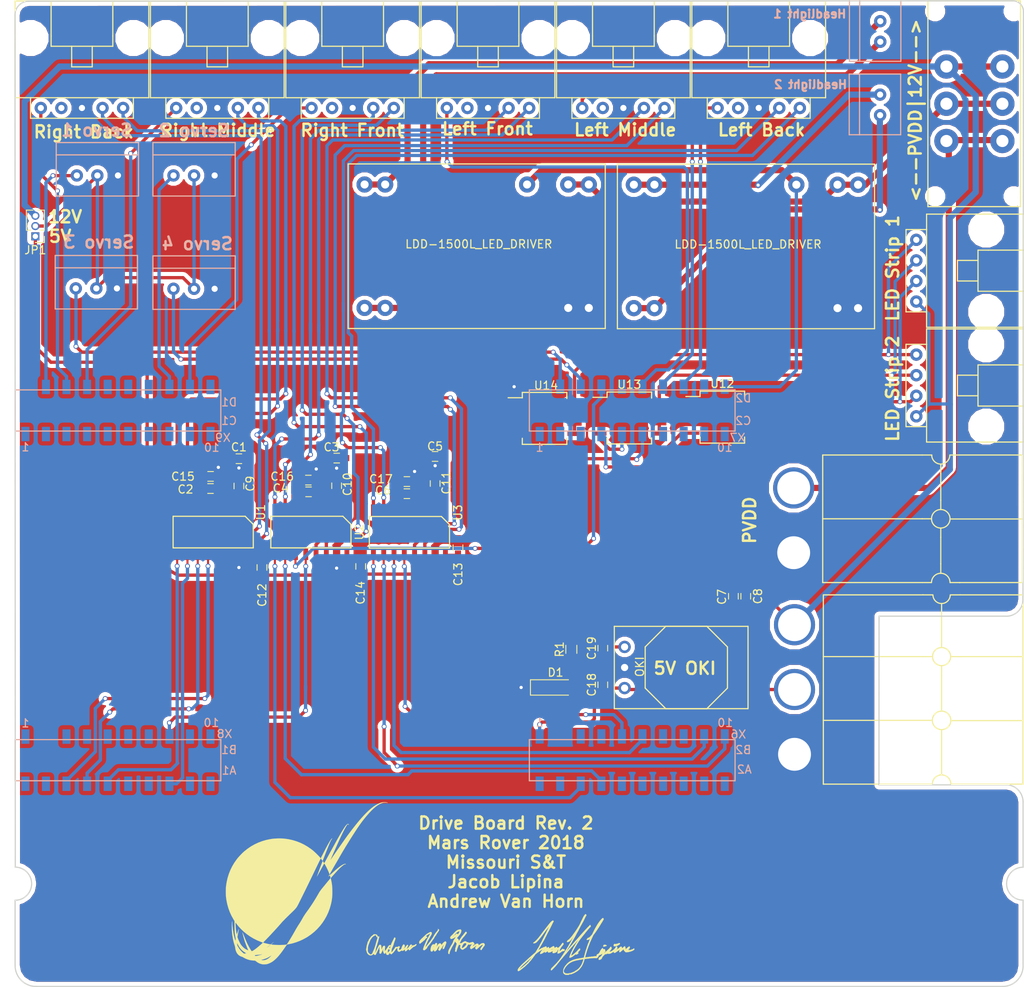
<source format=kicad_pcb>
(kicad_pcb (version 4) (host pcbnew 4.0.7)
  (layers (0 F.Cu signal) (31 B.Cu signal) (34 B.Paste user) (35 F.Paste user) (36 B.SilkS user) (37 F.SilkS user) (38 B.Mask user) (39 F.Mask user) (44 Edge.Cuts user))
  (net 0 "")
  (net 1 "Net-(C1-Pad1)")
  (net 2 "Net-(C1-Pad2)")
  (net 3 "Net-(C2-Pad1)")
  (net 4 "Net-(C2-Pad2)")
  (net 5 "Net-(C3-Pad1)")
  (net 6 "Net-(C3-Pad2)")
  (net 7 "Net-(C4-Pad1)")
  (net 8 "Net-(C4-Pad2)")
  (net 9 "Net-(C5-Pad1)")
  (net 10 "Net-(C5-Pad2)")
  (net 11 "Net-(C6-Pad1)")
  (net 12 "Net-(C6-Pad2)")
  (net 13 GND)
  (net 14 +12V)
  (net 15 "Net-(C9-Pad1)")
  (net 16 "Net-(C10-Pad1)")
  (net 17 "Net-(C11-Pad1)")
  (net 18 +5V)
  (net 19 "Net-(C15-Pad1)")
  (net 20 "Net-(C16-Pad1)")
  (net 21 "Net-(C17-Pad1)")
  (net 22 "Net-(D1-Pad2)")
  (net 23 HEADLIGHT_PWR)
  (net 24 PVDD)
  (net 25 "Net-(U1-Pad7)")
  (net 26 "Net-(U1-Pad8)")
  (net 27 DRIVE_RX_RM)
  (net 28 DRIVE_TX_RM)
  (net 29 DRIVE_TX_RB)
  (net 30 DRIVE_RX_RB)
  (net 31 "Net-(U1-Pad13)")
  (net 32 "Net-(U1-Pad14)")
  (net 33 "Net-(U2-Pad7)")
  (net 34 "Net-(U2-Pad8)")
  (net 35 DRIVE_RX_LF)
  (net 36 DRIVE_TX_LF)
  (net 37 DRIVE_TX_RF)
  (net 38 DRIVE_RX_RF)
  (net 39 "Net-(U2-Pad13)")
  (net 40 "Net-(U2-Pad14)")
  (net 41 "Net-(U10-Pad4)")
  (net 42 "Net-(U10-Pad5)")
  (net 43 DRIVE_RX_LB)
  (net 44 DRIVE_TX_LB)
  (net 45 DRIVE_TX_LM)
  (net 46 DRIVE_RX_LM)
  (net 47 "Net-(U3-Pad13)")
  (net 48 "Net-(U3-Pad14)")
  (net 49 DRIVE_PWM_RB)
  (net 50 DRIVE_PWM_RM)
  (net 51 DRIVE_PWM_RF)
  (net 52 DRIVE_PWM_LF)
  (net 53 DRIVE_PWM_LM)
  (net 54 DRIVE_PWM_LB)
  (net 55 "Net-(U11-Pad+3V3)")
  (net 56 HEADLIGHT_CNTR)
  (net 57 "Net-(U11-PadPQ0)")
  (net 58 "Net-(U11-PadRese)")
  (net 59 "Net-(U11-PadPN5)")
  (net 60 "Net-(U11-PadPK2)")
  (net 61 "Net-(U11-PadPB4)")
  (net 62 "Net-(U11-PadPB5)")
  (net 63 "Net-(U11-PadPK3)")
  (net 64 "Net-(U11-PadPD2)")
  (net 65 "Net-(U11-PadPD4)")
  (net 66 "Net-(U11-PadPD5)")
  (net 67 "Net-(U11-PadPP4)")
  (net 68 "Net-(U11-PadPN4)")
  (net 69 RED_SIG)
  (net 70 GREEN_SIG)
  (net 71 BLUE_SIG)
  (net 72 SERVO_3)
  (net 73 SERVO_4)
  (net 74 SERVO_1)
  (net 75 SERVO_2)
  (net 76 RED)
  (net 77 GREEN)
  (net 78 BLUE)
  (net 79 "Net-(U21-Pad13)")
  (net 80 "Net-(U21-Pad11)")
  (net 81 "Net-(U22-Pad13)")
  (net 82 "Net-(U22-Pad11)")
  (net 83 12V_Log)
  (net 84 "Net-(JP1-Pad2)")
  (net 85 "Net-(U5-Pad2)")
  (net 86 "Net-(U6-Pad2)")
  (net 87 "Net-(U7-Pad2)")
  (net 88 "Net-(U8-Pad2)")
  (net 89 "Net-(U9-Pad2)")
  (net 90 "Net-(U10-Pad2)")
  (net 91 "Net-(U11-PadPG1)")
  (net 92 "Net-(U11-PadPF1)")
  (net 93 "Net-(U11-PadPD1)")
  (net 94 "Net-(U11-PadPD0)")
  (net 95 "Net-(U11-PadPP2)")
  (net 96 "Net-(U11-PadPF2)")
  (net 97 "Net-(U11-PadPF3)")
  (net 98 "Net-(U11-PadPG0)")
  (net 99 "Net-(U11-PadPL4)")
  (net 100 "Net-(U11-PadPL5)")
  (net 101 "Net-(U11-PadPL0)")
  (net 102 "Net-(U11-PadPL1)")
  (net 103 "Net-(U11-PadPL2)")
  (net 104 "Net-(U11-PadPL3)")
  (net 105 "Net-(U11-PadPE0)")
  (net 106 "Net-(U11-PadPE1)")
  (net 107 "Net-(U11-PadPE2)")
  (net 108 "Net-(U11-PadPE3)")
  (net 109 "Net-(U11-PadPD7)")
  (net 110 "Net-(U11-PadPM4)")
  (net 111 "Net-(U11-PadPM5)")
  (net 112 "Net-(U11-PadPE4)")
  (net 113 "Net-(U11-PadPE5)")
  (net 114 "Net-(U11-PadPD3)")
  (net 115 "Net-(U11-PadPB2)")
  (net 116 "Net-(U11-PadPB3)")
  (net 117 "Net-(U11-PadPQ1)")
  (net 118 "Net-(U11-PadPK4)")
  (net 119 "Net-(U11-PadPK5)")
  (net 120 "Net-(U11-PadPH0)")
  (net 121 "Net-(U11-PadPH1)")
  (net 122 "Net-(U11-PadPK6)")
  (net 123 "Net-(U11-PadPK7)")
  (module MRDT_Connectors:MOLEX_SL_2_Vertical (layer B.Cu) (at 240.5126 46.6344 270)
    (fp_text reference U23 hide)
    (fp_text value Headlight_1 hide)
    (pad 1 thru_hole circle (at -1.27 0 270) (size 1.524 1.524) (drill 0.762) (layers *.Cu *.Mask) (net 79 "Net-(U21-Pad13)"))
    (pad 2 thru_hole circle (at 1.27 0 270) (size 1.524 1.524) (drill 0.762) (layers *.Cu *.Mask) (net 80 "Net-(U21-Pad11)"))
  )
  (module MRDT_Connectors:MOLEX_SL_2_Vertical (layer B.Cu) (at 240.538 37.5666 270)
    (fp_text reference U24 hide)
    (fp_text value Headlight_2 hide)
    (pad 1 thru_hole circle (at -1.27 0 270) (size 1.524 1.524) (drill 0.762) (layers *.Cu *.Mask) (net 81 "Net-(U22-Pad13)"))
    (pad 2 thru_hole circle (at 1.27 0 270) (size 1.524 1.524) (drill 0.762) (layers *.Cu *.Mask) (net 82 "Net-(U22-Pad11)"))
  )
  (module MRDT_Shields:TM4C129E_Launchpad_FULL_Booster_Bottom_SMD (layer F.Cu) (at 197.2056 130.5941)
    (fp_text reference U11 hide)
    (fp_text value TM4C129E_Launchpad_Full hide)
    (fp_text user 1 (at -62.23 -41.6941) (layer B.SilkS) (effects (justify mirror)))
    (fp_text user 10 (at -39.2176 -41.6433) (layer B.SilkS) (effects (justify mirror)))
    (fp_text user 1 (at -62.23 -7.6073) (layer B.SilkS) (effects (justify mirror)))
    (fp_text user 10 (at -39.2684 -7.6581) (layer B.SilkS) (effects (justify mirror)))
    (fp_text user 1 (at 1.27 -41.6433) (layer B.SilkS) (effects (justify mirror)))
    (fp_text user 10 (at 24.13 -41.6433) (layer B.SilkS) (effects (justify mirror)))
    (fp_text user 1 (at 1.27 -7.7089) (layer B.SilkS) (effects (justify mirror)))
    (fp_text user X9 (at -37.846 -42.8625) (layer B.SilkS) (effects (justify mirror)))
    (fp_text user X8 (at -37.6428 -6.2865) (layer B.SilkS) (effects (justify mirror)))
    (fp_text user X7 (at 25.7048 -42.8625) (layer B.SilkS) (effects (justify mirror)))
    (fp_text user X6 (at 25.8064 -6.2357) (layer B.SilkS) (effects (justify mirror)))
    (fp_text user C1 (at -37.084 -44.958) (layer B.SilkS) (effects (justify mirror)))
    (fp_text user D1 (at -37.084 -47.244) (layer B.SilkS) (effects (justify mirror)))
    (fp_text user C2 (at 26.416 -44.958) (layer B.SilkS) (effects (justify mirror)))
    (fp_text user D2 (at 26.416 -47.752) (layer B.SilkS) (effects (justify mirror)))
    (fp_text user B1 (at -37.084 -4.318) (layer B.SilkS) (effects (justify mirror)))
    (fp_text user A1 (at -37.084 -1.778) (layer B.SilkS) (effects (justify mirror)))
    (fp_text user B2 (at 26.416 -4.318) (layer B.SilkS) (effects (justify mirror)))
    (fp_text user A2 (at 26.543 -1.905) (layer B.SilkS) (effects (justify mirror)))
    (fp_text user 10 (at 24.1808 -7.6581) (layer B.SilkS) (effects (justify mirror)))
    (pad PN4 smd rect (at 24.13 -0.1397) (size 0.9906 1.778) (layers B.Cu B.Paste B.Mask) (net 68 "Net-(U11-PadPN4)"))
    (pad GND smd rect (at 1.27 -49.1617) (size 0.9906 1.778) (layers B.Cu B.Paste B.Mask) (net 13 GND))
    (pad PG1 smd rect (at 1.27 -43.3197) (size 0.9906 1.778) (layers B.Cu B.Paste B.Mask) (net 91 "Net-(U11-PadPG1)"))
    (pad +5V smd rect (at 1.27 -5.9817) (size 0.9906 1.778) (layers B.Cu B.Paste B.Mask) (net 18 +5V))
    (pad +3V3 smd rect (at 1.27 -0.1397) (size 0.9906 1.778) (layers B.Cu B.Paste B.Mask) (net 55 "Net-(U11-Pad+3V3)"))
    (pad GND smd rect (at -62.23 -49.13122) (size 0.9906 1.778) (layers B.Cu B.Paste B.Mask) (net 13 GND))
    (pad PF1 smd rect (at -62.23 -43.3197) (size 0.9906 1.778) (layers B.Cu B.Paste B.Mask) (net 92 "Net-(U11-PadPF1)"))
    (pad +5V smd rect (at -62.23 -5.9563) (size 0.9906 1.778) (layers B.Cu B.Paste B.Mask) (net 18 +5V))
    (pad +3V3 smd rect (at -62.23 -0.1397) (size 0.9906 1.778) (layers B.Cu B.Paste B.Mask) (net 55 "Net-(U11-Pad+3V3)"))
    (pad PM3 smd rect (at -59.69 -49.13122) (size 0.9906 1.778) (layers B.Cu B.Paste B.Mask) (net 74 SERVO_1))
    (pad PH2 smd rect (at -57.15 -49.13122) (size 0.9906 1.778) (layers B.Cu B.Paste B.Mask) (net 49 DRIVE_PWM_RB))
    (pad PH3 smd rect (at -54.61 -49.13122) (size 0.9906 1.778) (layers B.Cu B.Paste B.Mask) (net 50 DRIVE_PWM_RM))
    (pad Rese smd rect (at -52.07 -49.13122) (size 0.9906 1.778) (layers B.Cu B.Paste B.Mask) (net 58 "Net-(U11-PadRese)"))
    (pad PD1 smd rect (at -49.53 -49.13122) (size 0.9906 1.778) (layers B.Cu B.Paste B.Mask) (net 93 "Net-(U11-PadPD1)"))
    (pad PD0 smd rect (at -46.99 -49.13122) (size 0.9906 1.778) (layers B.Cu B.Paste B.Mask) (net 94 "Net-(U11-PadPD0)"))
    (pad PN2 smd rect (at -44.45 -49.13122) (size 0.9906 1.778) (layers B.Cu B.Paste B.Mask) (net 75 SERVO_2))
    (pad PN3 smd rect (at -41.91 -49.13122) (size 0.9906 1.778) (layers B.Cu B.Paste B.Mask) (net 51 DRIVE_PWM_RF))
    (pad PP2 smd rect (at -39.37 -49.13122) (size 0.9906 1.778) (layers B.Cu B.Paste B.Mask) (net 95 "Net-(U11-PadPP2)"))
    (pad PF2 smd rect (at -59.69 -43.3197) (size 0.9906 1.778) (layers B.Cu B.Paste B.Mask) (net 96 "Net-(U11-PadPF2)"))
    (pad PF3 smd rect (at -57.15 -43.3197) (size 0.9906 1.778) (layers B.Cu B.Paste B.Mask) (net 97 "Net-(U11-PadPF3)"))
    (pad PG0 smd rect (at -54.61 -43.3197) (size 0.9906 1.778) (layers B.Cu B.Paste B.Mask) (net 98 "Net-(U11-PadPG0)"))
    (pad PL4 smd rect (at -52.07 -43.3197) (size 0.9906 1.778) (layers B.Cu B.Paste B.Mask) (net 99 "Net-(U11-PadPL4)"))
    (pad PL5 smd rect (at -49.53 -43.3197) (size 0.9906 1.778) (layers B.Cu B.Paste B.Mask) (net 100 "Net-(U11-PadPL5)"))
    (pad PL0 smd rect (at -46.99 -43.3197) (size 0.9906 1.778) (layers B.Cu B.Paste B.Mask) (net 101 "Net-(U11-PadPL0)"))
    (pad PL1 smd rect (at -44.45 -43.3197) (size 0.9906 1.778) (layers B.Cu B.Paste B.Mask) (net 102 "Net-(U11-PadPL1)"))
    (pad PL2 smd rect (at -41.91 -43.3197) (size 0.9906 1.778) (layers B.Cu B.Paste B.Mask) (net 103 "Net-(U11-PadPL2)"))
    (pad PL3 smd rect (at -39.37 -43.3197) (size 0.9906 1.778) (layers B.Cu B.Paste B.Mask) (net 104 "Net-(U11-PadPL3)"))
    (pad GND smd rect (at -59.69 -5.9563) (size 0.9906 1.778) (layers B.Cu B.Paste B.Mask) (net 13 GND))
    (pad PE0 smd rect (at -57.15 -5.9563) (size 0.9906 1.778) (layers B.Cu B.Paste B.Mask) (net 105 "Net-(U11-PadPE0)"))
    (pad PE1 smd rect (at -54.61 -5.9563) (size 0.9906 1.778) (layers B.Cu B.Paste B.Mask) (net 106 "Net-(U11-PadPE1)"))
    (pad PE2 smd rect (at -52.07 -5.9563) (size 0.9906 1.778) (layers B.Cu B.Paste B.Mask) (net 107 "Net-(U11-PadPE2)"))
    (pad PE3 smd rect (at -49.53 -5.9563) (size 0.9906 1.778) (layers B.Cu B.Paste B.Mask) (net 108 "Net-(U11-PadPE3)"))
    (pad PD7 smd rect (at -46.99 -5.9563) (size 0.9906 1.778) (layers B.Cu B.Paste B.Mask) (net 109 "Net-(U11-PadPD7)"))
    (pad PA6 smd rect (at -44.45 -5.9563) (size 0.9906 1.778) (layers B.Cu B.Paste B.Mask) (net 38 DRIVE_RX_RF))
    (pad PM4 smd rect (at -41.91 -5.9563) (size 0.9906 1.778) (layers B.Cu B.Paste B.Mask) (net 110 "Net-(U11-PadPM4)"))
    (pad PM5 smd rect (at -39.37 -5.9563) (size 0.9906 1.778) (layers B.Cu B.Paste B.Mask) (net 111 "Net-(U11-PadPM5)"))
    (pad PE4 smd rect (at -59.69 -0.1397) (size 0.9906 1.778) (layers B.Cu B.Paste B.Mask) (net 112 "Net-(U11-PadPE4)"))
    (pad PC4 smd rect (at -57.15 -0.1397) (size 0.9906 1.778) (layers B.Cu B.Paste B.Mask) (net 30 DRIVE_RX_RB))
    (pad PC5 smd rect (at -54.61 -0.1397) (size 0.9906 1.778) (layers B.Cu B.Paste B.Mask) (net 29 DRIVE_TX_RB))
    (pad PC6 smd rect (at -52.07 -0.1397) (size 0.9906 1.778) (layers B.Cu B.Paste B.Mask) (net 27 DRIVE_RX_RM))
    (pad PE5 smd rect (at -49.53 -0.1397) (size 0.9906 1.778) (layers B.Cu B.Paste B.Mask) (net 113 "Net-(U11-PadPE5)"))
    (pad PD3 smd rect (at -46.99 -0.1397) (size 0.9906 1.778) (layers B.Cu B.Paste B.Mask) (net 114 "Net-(U11-PadPD3)"))
    (pad PC7 smd rect (at -44.45 -0.1397) (size 0.9906 1.778) (layers B.Cu B.Paste B.Mask) (net 28 DRIVE_TX_RM))
    (pad PB2 smd rect (at -41.91 -0.1397) (size 0.9906 1.778) (layers B.Cu B.Paste B.Mask) (net 115 "Net-(U11-PadPB2)"))
    (pad PB3 smd rect (at -39.37 -0.1397) (size 0.9906 1.778) (layers B.Cu B.Paste B.Mask) (net 116 "Net-(U11-PadPB3)"))
    (pad PM7 smd rect (at 3.81 -49.1617) (size 0.9906 1.778) (layers B.Cu B.Paste B.Mask) (net 72 SERVO_3))
    (pad PP5 smd rect (at 6.35 -49.1617) (size 0.9906 1.778) (layers B.Cu B.Paste B.Mask) (net 73 SERVO_4))
    (pad PA7 smd rect (at 8.89 -49.1617) (size 0.9906 1.778) (layers B.Cu B.Paste B.Mask) (net 37 DRIVE_TX_RF))
    (pad Rese smd rect (at 11.43 -49.1617) (size 0.9906 1.778) (layers B.Cu B.Paste B.Mask) (net 58 "Net-(U11-PadRese)"))
    (pad PQ2 smd rect (at 13.97 -49.1617) (size 0.9906 1.778) (layers B.Cu B.Paste B.Mask) (net 52 DRIVE_PWM_LF))
    (pad PQ3 smd rect (at 16.51 -49.1617) (size 0.9906 1.778) (layers B.Cu B.Paste B.Mask) (net 53 DRIVE_PWM_LM))
    (pad PP3 smd rect (at 19.05 -49.1617) (size 0.9906 1.778) (layers B.Cu B.Paste B.Mask) (net 54 DRIVE_PWM_LB))
    (pad PQ1 smd rect (at 21.59 -49.1617) (size 0.9906 1.778) (layers B.Cu B.Paste B.Mask) (net 117 "Net-(U11-PadPQ1)"))
    (pad PM6 smd rect (at 24.13 -49.1617) (size 0.9906 1.778) (layers B.Cu B.Paste B.Mask) (net 56 HEADLIGHT_CNTR))
    (pad PK4 smd rect (at 3.81 -43.3197) (size 0.9906 1.778) (layers B.Cu B.Paste B.Mask) (net 118 "Net-(U11-PadPK4)"))
    (pad PK5 smd rect (at 6.35 -43.3197) (size 0.9906 1.778) (layers B.Cu B.Paste B.Mask) (net 119 "Net-(U11-PadPK5)"))
    (pad PM0 smd rect (at 8.89 -43.3197) (size 0.9906 1.778) (layers B.Cu B.Paste B.Mask) (net 69 RED_SIG))
    (pad PM1 smd rect (at 11.43 -43.3197) (size 0.9906 1.778) (layers B.Cu B.Paste B.Mask) (net 70 GREEN_SIG))
    (pad PM2 smd rect (at 13.97 -43.3197) (size 0.9906 1.778) (layers B.Cu B.Paste B.Mask) (net 71 BLUE_SIG))
    (pad PH0 smd rect (at 16.51 -43.3197) (size 0.9906 1.778) (layers B.Cu B.Paste B.Mask) (net 120 "Net-(U11-PadPH0)"))
    (pad PH1 smd rect (at 19.05 -43.3197) (size 0.9906 1.778) (layers B.Cu B.Paste B.Mask) (net 121 "Net-(U11-PadPH1)"))
    (pad PK6 smd rect (at 21.59 -43.3197) (size 0.9906 1.778) (layers B.Cu B.Paste B.Mask) (net 122 "Net-(U11-PadPK6)"))
    (pad PK7 smd rect (at 24.13 -43.3197) (size 0.9906 1.778) (layers B.Cu B.Paste B.Mask) (net 123 "Net-(U11-PadPK7)"))
    (pad GND smd rect (at 3.81 -5.9817) (size 0.9906 1.778) (layers B.Cu B.Paste B.Mask) (net 13 GND))
    (pad PB4 smd rect (at 6.35 -5.9817) (size 0.9906 1.778) (layers B.Cu B.Paste B.Mask) (net 61 "Net-(U11-PadPB4)"))
    (pad PB5 smd rect (at 8.89 -5.9817) (size 0.9906 1.778) (layers B.Cu B.Paste B.Mask) (net 62 "Net-(U11-PadPB5)"))
    (pad PK0 smd rect (at 11.43 -5.9817) (size 0.9906 1.778) (layers B.Cu B.Paste B.Mask) (net 46 DRIVE_RX_LM))
    (pad PK1 smd rect (at 13.97 -5.9817) (size 0.9906 1.778) (layers B.Cu B.Paste B.Mask) (net 45 DRIVE_TX_LM))
    (pad PK2 smd rect (at 16.51 -5.9817) (size 0.9906 1.778) (layers B.Cu B.Paste B.Mask) (net 60 "Net-(U11-PadPK2)"))
    (pad PK3 smd rect (at 19.05 -5.9817) (size 0.9906 1.778) (layers B.Cu B.Paste B.Mask) (net 63 "Net-(U11-PadPK3)"))
    (pad PA5 smd rect (at 24.13 -5.9817) (size 0.9906 1.778) (layers B.Cu B.Paste B.Mask) (net 44 DRIVE_TX_LB))
    (pad PD2 smd rect (at 3.81 -0.1397) (size 0.9906 1.778) (layers B.Cu B.Paste B.Mask) (net 64 "Net-(U11-PadPD2)"))
    (pad PP0 smd rect (at 6.35 -0.1397) (size 0.9906 1.778) (layers B.Cu B.Paste B.Mask) (net 35 DRIVE_RX_LF))
    (pad PP1 smd rect (at 8.89 -0.1397) (size 0.9906 1.778) (layers B.Cu B.Paste B.Mask) (net 36 DRIVE_TX_LF))
    (pad PD4 smd rect (at 11.43 -0.1397) (size 0.9906 1.778) (layers B.Cu B.Paste B.Mask) (net 65 "Net-(U11-PadPD4)"))
    (pad PD5 smd rect (at 13.97 -0.1397) (size 0.9906 1.778) (layers B.Cu B.Paste B.Mask) (net 66 "Net-(U11-PadPD5)"))
    (pad PQ0 smd rect (at 16.51 -0.1397) (size 0.9906 1.778) (layers B.Cu B.Paste B.Mask) (net 57 "Net-(U11-PadPQ0)"))
    (pad PP4 smd rect (at 19.05 -0.1397) (size 0.9906 1.778) (layers B.Cu B.Paste B.Mask) (net 67 "Net-(U11-PadPP4)"))
    (pad PN5 smd rect (at 21.59 -0.1397) (size 0.9906 1.778) (layers B.Cu B.Paste B.Mask) (net 59 "Net-(U11-PadPN5)"))
    (pad PA4 smd rect (at 21.59 -5.9817) (size 0.9906 1.778) (layers B.Cu B.Paste B.Mask) (net 43 DRIVE_RX_LB))
  )
  (module MRDT_Connectors:MOLEX_SL_5_Horizontal (layer F.Cu) (at 175.387 47.0154)
    (fp_text reference U7 hide)
    (fp_text value "Right Front")
    (pad 1 thru_hole circle (at -5.08 0) (size 1.524 1.524) (drill 0.762) (layers *.Cu *.Mask) (net 51 DRIVE_PWM_RF))
    (pad 2 thru_hole circle (at -2.54 0) (size 1.524 1.524) (drill 0.762) (layers *.Cu *.Mask) (net 87 "Net-(U7-Pad2)"))
    (pad 3 thru_hole circle (at 0 0) (size 1.524 1.524) (drill 0.762) (layers *.Cu *.Mask) (net 13 GND))
    (pad 4 thru_hole circle (at 2.54 0) (size 1.524 1.524) (drill 0.762) (layers *.Cu *.Mask) (net 40 "Net-(U2-Pad14)"))
    (pad 5 thru_hole circle (at 5.08 0) (size 1.524 1.524) (drill 0.762) (layers *.Cu *.Mask) (net 39 "Net-(U2-Pad13)"))
    (pad "" np_thru_hole circle (at -6.35 -8.636) (size 3.45 3.45) (drill 3.45) (layers *.Cu *.Mask))
    (pad "" np_thru_hole circle (at 6.35 -8.636) (size 3.45 3.45) (drill 3.45) (layers *.Cu *.Mask))
  )
  (module MRDT_Devices:LDD-1500L_LED_DRIVER (layer F.Cu) (at 208.0768 53.9496 270)
    (fp_text reference U21 hide)
    (fp_text value LDD-1500L_LED_DRIVER (at 9.906 -16.129 360) (layer F.SilkS))
    (pad 13 thru_hole circle (at 2.54 -2.032 270) (size 2 2) (drill 1) (layers *.Cu *.Mask) (net 79 "Net-(U21-Pad13)"))
    (pad 14 thru_hole circle (at 2.54 -4.572 270) (size 2 2) (drill 1) (layers *.Cu *.Mask) (net 79 "Net-(U21-Pad13)"))
    (pad 12 thru_hole circle (at 17.78 -2.032 270) (size 2 2) (drill 1) (layers *.Cu *.Mask) (net 80 "Net-(U21-Pad11)"))
    (pad 11 thru_hole circle (at 17.78 -4.572 270) (size 2 2) (drill 1) (layers *.Cu *.Mask) (net 80 "Net-(U21-Pad11)"))
    (pad 21 thru_hole circle (at 2.54 -22.098 270) (size 2 2) (drill 1) (layers *.Cu *.Mask) (net 56 HEADLIGHT_CNTR))
    (pad 1 thru_hole circle (at 17.78 -29.718 270) (size 2 2) (drill 1) (layers *.Cu *.Mask) (net 13 GND))
    (pad 24 thru_hole circle (at 2.54 -29.718 270) (size 2 2) (drill 1) (layers *.Cu *.Mask) (net 23 HEADLIGHT_PWR))
    (pad 2 thru_hole circle (at 17.78 -27.178 270) (size 2 2) (drill 1) (layers *.Cu *.Mask) (net 13 GND))
    (pad 23 thru_hole circle (at 2.54 -27.178 270) (size 2 2) (drill 1) (layers *.Cu *.Mask) (net 23 HEADLIGHT_PWR))
  )
  (module MRDT_Connectors:MOLEX_SL_5_Horizontal (layer F.Cu) (at 225.5266 47.0154)
    (fp_text reference U10 hide)
    (fp_text value "Left Back")
    (pad 1 thru_hole circle (at -5.08 0) (size 1.524 1.524) (drill 0.762) (layers *.Cu *.Mask) (net 54 DRIVE_PWM_LB))
    (pad 2 thru_hole circle (at -2.54 0) (size 1.524 1.524) (drill 0.762) (layers *.Cu *.Mask) (net 90 "Net-(U10-Pad2)"))
    (pad 3 thru_hole circle (at 0 0) (size 1.524 1.524) (drill 0.762) (layers *.Cu *.Mask) (net 13 GND))
    (pad 4 thru_hole circle (at 2.54 0) (size 1.524 1.524) (drill 0.762) (layers *.Cu *.Mask) (net 41 "Net-(U10-Pad4)"))
    (pad 5 thru_hole circle (at 5.08 0) (size 1.524 1.524) (drill 0.762) (layers *.Cu *.Mask) (net 42 "Net-(U10-Pad5)"))
    (pad "" np_thru_hole circle (at -6.35 -8.636) (size 3.45 3.45) (drill 3.45) (layers *.Cu *.Mask))
    (pad "" np_thru_hole circle (at 6.35 -8.636) (size 3.45 3.45) (drill 3.45) (layers *.Cu *.Mask))
  )
  (module MRDT_Connectors:MOLEX_SL_5_Horizontal (layer F.Cu) (at 208.8134 47.0154)
    (fp_text reference U9 hide)
    (fp_text value "Left Middle")
    (pad 1 thru_hole circle (at -5.08 0) (size 1.524 1.524) (drill 0.762) (layers *.Cu *.Mask) (net 53 DRIVE_PWM_LM))
    (pad 2 thru_hole circle (at -2.54 0) (size 1.524 1.524) (drill 0.762) (layers *.Cu *.Mask) (net 89 "Net-(U9-Pad2)"))
    (pad 3 thru_hole circle (at 0 0) (size 1.524 1.524) (drill 0.762) (layers *.Cu *.Mask) (net 13 GND))
    (pad 4 thru_hole circle (at 2.54 0) (size 1.524 1.524) (drill 0.762) (layers *.Cu *.Mask) (net 48 "Net-(U3-Pad14)"))
    (pad 5 thru_hole circle (at 5.08 0) (size 1.524 1.524) (drill 0.762) (layers *.Cu *.Mask) (net 47 "Net-(U3-Pad13)"))
    (pad "" np_thru_hole circle (at -6.35 -8.636) (size 3.45 3.45) (drill 3.45) (layers *.Cu *.Mask))
    (pad "" np_thru_hole circle (at 6.35 -8.636) (size 3.45 3.45) (drill 3.45) (layers *.Cu *.Mask))
  )
  (module MRDT_ICs:SOIC_16_3.9x9.9mm_Pitch1.27mm (layer F.Cu) (at 170.2308 99.3826 270)
    (fp_text reference U2 (at 0 -6 270) (layer F.SilkS))
    (fp_text value MAX_3232)
    (pad 1 smd rect (at -2.7 -4.445 270) (size 1.5 0.6) (layers F.Cu F.Paste F.Mask) (net 6 "Net-(C3-Pad2)"))
    (pad 2 smd rect (at -2.7 -3.175 270) (size 1.5 0.6) (layers F.Cu F.Paste F.Mask) (net 16 "Net-(C10-Pad1)"))
    (pad 3 smd rect (at -2.7 -1.905 270) (size 1.5 0.6) (layers F.Cu F.Paste F.Mask) (net 5 "Net-(C3-Pad1)"))
    (pad 4 smd rect (at -2.7 -0.635 270) (size 1.5 0.6) (layers F.Cu F.Paste F.Mask) (net 8 "Net-(C4-Pad2)"))
    (pad 5 smd rect (at -2.7 0.635 270) (size 1.5 0.6) (layers F.Cu F.Paste F.Mask) (net 7 "Net-(C4-Pad1)"))
    (pad 6 smd rect (at -2.7 1.905 270) (size 1.5 0.6) (layers F.Cu F.Paste F.Mask) (net 20 "Net-(C16-Pad1)"))
    (pad 7 smd rect (at -2.7 3.175 270) (size 1.5 0.6) (layers F.Cu F.Paste F.Mask) (net 33 "Net-(U2-Pad7)"))
    (pad 8 smd rect (at -2.7 4.445 270) (size 1.5 0.6) (layers F.Cu F.Paste F.Mask) (net 34 "Net-(U2-Pad8)"))
    (pad 9 smd rect (at 2.7 4.445 270) (size 1.5 0.6) (layers F.Cu F.Paste F.Mask) (net 35 DRIVE_RX_LF))
    (pad 10 smd rect (at 2.7 3.175 270) (size 1.5 0.6) (layers F.Cu F.Paste F.Mask) (net 36 DRIVE_TX_LF))
    (pad 11 smd rect (at 2.7 1.905 270) (size 1.5 0.6) (layers F.Cu F.Paste F.Mask) (net 37 DRIVE_TX_RF))
    (pad 12 smd rect (at 2.7 0.635 270) (size 1.5 0.6) (layers F.Cu F.Paste F.Mask) (net 38 DRIVE_RX_RF))
    (pad 13 smd rect (at 2.7 -0.635 270) (size 1.5 0.6) (layers F.Cu F.Paste F.Mask) (net 39 "Net-(U2-Pad13)"))
    (pad 14 smd rect (at 2.7 -1.905 270) (size 1.5 0.6) (layers F.Cu F.Paste F.Mask) (net 40 "Net-(U2-Pad14)"))
    (pad 15 smd rect (at 2.7 -3.175 270) (size 1.5 0.6) (layers F.Cu F.Paste F.Mask) (net 13 GND))
    (pad 16 smd rect (at 2.7 -4.445 270) (size 1.5 0.6) (layers F.Cu F.Paste F.Mask) (net 18 +5V))
  )
  (module Capacitors_SMD:C_0603_HandSoldering (layer F.Cu) (at 161.3408 90.3224)
    (fp_text reference C1 (at 0 -1.4224) (layer F.SilkS))
    (fp_text value 1u)
    (pad 1 smd rect (at -0.95 0) (size 1.2 0.75) (layers F.Cu F.Paste F.Mask) (net 1 "Net-(C1-Pad1)"))
    (pad 2 smd rect (at 0.95 0) (size 1.2 0.75) (layers F.Cu F.Paste F.Mask) (net 2 "Net-(C1-Pad2)"))
  )
  (module Capacitors_SMD:C_0603_HandSoldering (layer F.Cu) (at 157.8356 94.0054)
    (fp_text reference C2 (at -3.0861 0.1016) (layer F.SilkS))
    (fp_text value 1u)
    (pad 1 smd rect (at -0.95 0) (size 1.2 0.75) (layers F.Cu F.Paste F.Mask) (net 3 "Net-(C2-Pad1)"))
    (pad 2 smd rect (at 0.95 0) (size 1.2 0.75) (layers F.Cu F.Paste F.Mask) (net 4 "Net-(C2-Pad2)"))
  )
  (module Capacitors_SMD:C_0603_HandSoldering (layer F.Cu) (at 173.421 90.2462)
    (fp_text reference C3 (at -0.6375 -1.3462) (layer F.SilkS))
    (fp_text value 1u)
    (pad 1 smd rect (at -0.95 0) (size 1.2 0.75) (layers F.Cu F.Paste F.Mask) (net 5 "Net-(C3-Pad1)"))
    (pad 2 smd rect (at 0.95 0) (size 1.2 0.75) (layers F.Cu F.Paste F.Mask) (net 6 "Net-(C3-Pad2)"))
  )
  (module Capacitors_SMD:C_0603_HandSoldering (layer F.Cu) (at 169.9412 94.4118)
    (fp_text reference C4 (at -3.4442 -0.4318) (layer F.SilkS))
    (fp_text value 1u)
    (pad 1 smd rect (at -0.95 0) (size 1.2 0.75) (layers F.Cu F.Paste F.Mask) (net 7 "Net-(C4-Pad1)"))
    (pad 2 smd rect (at 0.95 0) (size 1.2 0.75) (layers F.Cu F.Paste F.Mask) (net 8 "Net-(C4-Pad2)"))
  )
  (module Capacitors_SMD:C_0603_HandSoldering (layer F.Cu) (at 185.5622 90.043)
    (fp_text reference C5 (at 0 -1.25) (layer F.SilkS))
    (fp_text value 1u)
    (pad 1 smd rect (at -0.95 0) (size 1.2 0.75) (layers F.Cu F.Paste F.Mask) (net 9 "Net-(C5-Pad1)"))
    (pad 2 smd rect (at 0.95 0) (size 1.2 0.75) (layers F.Cu F.Paste F.Mask) (net 10 "Net-(C5-Pad2)"))
  )
  (module Capacitors_SMD:C_0603_HandSoldering (layer F.Cu) (at 182.0824 94.6404)
    (fp_text reference C6 (at -2.9489 -0.4064) (layer F.SilkS))
    (fp_text value 1u)
    (pad 1 smd rect (at -0.95 0) (size 1.2 0.75) (layers F.Cu F.Paste F.Mask) (net 11 "Net-(C6-Pad1)"))
    (pad 2 smd rect (at 0.95 0) (size 1.2 0.75) (layers F.Cu F.Paste F.Mask) (net 12 "Net-(C6-Pad2)"))
  )
  (module Capacitors_SMD:C_0603_HandSoldering (layer F.Cu) (at 222.4024 107.3048 270)
    (fp_text reference C7 (at 0.0737 1.4224 270) (layer F.SilkS))
    (fp_text value 10u)
    (pad 1 smd rect (at -0.95 0 270) (size 1.2 0.75) (layers F.Cu F.Paste F.Mask) (net 13 GND))
    (pad 2 smd rect (at 0.95 0 270) (size 1.2 0.75) (layers F.Cu F.Paste F.Mask) (net 14 +12V))
  )
  (module Capacitors_SMD:C_0603_HandSoldering (layer F.Cu) (at 223.9264 107.3048 270)
    (fp_text reference C8 (at 0 -1.4986 270) (layer F.SilkS))
    (fp_text value 10u)
    (pad 1 smd rect (at -0.95 0 270) (size 1.2 0.75) (layers F.Cu F.Paste F.Mask) (net 13 GND))
    (pad 2 smd rect (at 0.95 0 270) (size 1.2 0.75) (layers F.Cu F.Paste F.Mask) (net 14 +12V))
  )
  (module Capacitors_SMD:C_0603_HandSoldering (layer F.Cu) (at 161.3408 93.6904 90)
    (fp_text reference C9 (at 0.2819 1.4097 90) (layer F.SilkS))
    (fp_text value 1u)
    (pad 1 smd rect (at -0.95 0 90) (size 1.2 0.75) (layers F.Cu F.Paste F.Mask) (net 15 "Net-(C9-Pad1)"))
    (pad 2 smd rect (at 0.95 0 90) (size 1.2 0.75) (layers F.Cu F.Paste F.Mask) (net 13 GND))
  )
  (module Capacitors_SMD:C_0603_HandSoldering (layer F.Cu) (at 173.4058 93.66 90)
    (fp_text reference C10 (at 0.188 1.3462 90) (layer F.SilkS))
    (fp_text value 1u)
    (pad 1 smd rect (at -0.95 0 90) (size 1.2 0.75) (layers F.Cu F.Paste F.Mask) (net 16 "Net-(C10-Pad1)"))
    (pad 2 smd rect (at 0.95 0 90) (size 1.2 0.75) (layers F.Cu F.Paste F.Mask) (net 13 GND))
  )
  (module Capacitors_SMD:C_0603_HandSoldering (layer F.Cu) (at 185.5724 93.3856 90)
    (fp_text reference C11 (at 0.1041 1.3716 90) (layer F.SilkS))
    (fp_text value 1u)
    (pad 1 smd rect (at -0.95 0 90) (size 1.2 0.75) (layers F.Cu F.Paste F.Mask) (net 17 "Net-(C11-Pad1)"))
    (pad 2 smd rect (at 0.95 0 90) (size 1.2 0.75) (layers F.Cu F.Paste F.Mask) (net 13 GND))
  )
  (module Capacitors_SMD:C_0603_HandSoldering (layer F.Cu) (at 164.1856 103.7488 270)
    (fp_text reference C12 (at 3.4138 -0.0254 270) (layer F.SilkS))
    (fp_text value 1u)
    (pad 1 smd rect (at -0.95 0 270) (size 1.2 0.75) (layers F.Cu F.Paste F.Mask) (net 13 GND))
    (pad 2 smd rect (at 0.95 0 270) (size 1.2 0.75) (layers F.Cu F.Paste F.Mask) (net 18 +5V))
  )
  (module Capacitors_SMD:C_0603_HandSoldering (layer F.Cu) (at 188.3918 101.3104 270)
    (fp_text reference C13 (at 3.2868 -0.0254 270) (layer F.SilkS))
    (fp_text value 1u)
    (pad 1 smd rect (at -0.95 0 270) (size 1.2 0.75) (layers F.Cu F.Paste F.Mask) (net 13 GND))
    (pad 2 smd rect (at 0.95 0 270) (size 1.2 0.75) (layers F.Cu F.Paste F.Mask) (net 18 +5V))
  )
  (module Capacitors_SMD:C_0603_HandSoldering (layer F.Cu) (at 176.3776 103.6218 270)
    (fp_text reference C14 (at 3.2614 0.0254 270) (layer F.SilkS))
    (fp_text value 1u)
    (pad 1 smd rect (at -0.95 0 270) (size 1.2 0.75) (layers F.Cu F.Paste F.Mask) (net 13 GND))
    (pad 2 smd rect (at 0.95 0 270) (size 1.2 0.75) (layers F.Cu F.Paste F.Mask) (net 18 +5V))
  )
  (module Capacitors_SMD:C_0603_HandSoldering (layer F.Cu) (at 157.8458 92.5068)
    (fp_text reference C15 (at -3.4138 0.0127) (layer F.SilkS))
    (fp_text value 1u)
    (pad 1 smd rect (at -0.95 0) (size 1.2 0.75) (layers F.Cu F.Paste F.Mask) (net 19 "Net-(C15-Pad1)"))
    (pad 2 smd rect (at 0.95 0) (size 1.2 0.75) (layers F.Cu F.Paste F.Mask) (net 13 GND))
  )
  (module Capacitors_SMD:C_0603_HandSoldering (layer F.Cu) (at 169.9158 92.964)
    (fp_text reference C16 (at -3.2283 -0.4445) (layer F.SilkS))
    (fp_text value 1u)
    (pad 1 smd rect (at -0.95 0) (size 1.2 0.75) (layers F.Cu F.Paste F.Mask) (net 20 "Net-(C16-Pad1)"))
    (pad 2 smd rect (at 0.95 0) (size 1.2 0.75) (layers F.Cu F.Paste F.Mask) (net 13 GND))
  )
  (module Capacitors_SMD:C_0603_HandSoldering (layer F.Cu) (at 182.0824 93.1418)
    (fp_text reference C17 (at -3.2029 -0.3048) (layer F.SilkS))
    (fp_text value 1u)
    (pad 1 smd rect (at -0.95 0) (size 1.2 0.75) (layers F.Cu F.Paste F.Mask) (net 21 "Net-(C17-Pad1)"))
    (pad 2 smd rect (at 0.95 0) (size 1.2 0.75) (layers F.Cu F.Paste F.Mask) (net 13 GND))
  )
  (module Capacitors_SMD:C_0603_HandSoldering (layer F.Cu) (at 206.2734 118.237 270)
    (fp_text reference C18 (at 0 1.3716 270) (layer F.SilkS))
    (fp_text value 10u)
    (pad 1 smd rect (at -0.95 0 270) (size 1.2 0.75) (layers F.Cu F.Paste F.Mask) (net 13 GND))
    (pad 2 smd rect (at 0.95 0 270) (size 1.2 0.75) (layers F.Cu F.Paste F.Mask) (net 83 12V_Log))
  )
  (module Capacitors_SMD:C_0603_HandSoldering (layer F.Cu) (at 206.2734 113.7158 90)
    (fp_text reference C19 (at 0 -1.3716 90) (layer F.SilkS))
    (fp_text value 10u)
    (pad 1 smd rect (at -0.95 0 90) (size 1.2 0.75) (layers F.Cu F.Paste F.Mask) (net 13 GND))
    (pad 2 smd rect (at 0.95 0 90) (size 1.2 0.75) (layers F.Cu F.Paste F.Mask) (net 18 +5V))
  )
  (module MRDT_Connectors:Anderson_3_Horisontal_Side_by_Side (layer F.Cu) (at 233.5276 107.1372 180)
    (fp_text reference C20 hide)
    (fp_text value Anderson_3)
    (pad 3 thru_hole circle (at 3.5814 -3.684 180) (size 5.08 5.08) (drill 4.06) (layers *.Cu *.Mask F.Paste) (net 14 +12V))
    (pad 2 thru_hole circle (at 3.5814 -11.683 180) (size 5.08 5.08) (drill 4.06) (layers *.Cu *.Mask F.Paste) (net 83 12V_Log))
    (pad 1 thru_hole circle (at 3.5814 -19.684 180) (size 5.08 5.08) (drill 4.06) (layers *.Cu *.Mask F.Paste) (net 13 GND))
  )
  (module MRDT_Connectors:Anderson_2_Horisontal_Side_by_Side (layer F.Cu) (at 233.426 89.8652 180)
    (fp_text reference C21 hide)
    (fp_text value Anderson_2)
    (pad 1 thru_hole circle (at 3.5814 -4.063 180) (size 5.08 5.08) (drill 4.06) (layers *.Cu *.Mask F.Paste) (net 24 PVDD))
    (pad 2 thru_hole circle (at 3.5814 -12.064 180) (size 5.08 5.08) (drill 4.06) (layers *.Cu *.Mask F.Paste) (net 13 GND))
  )
  (module LEDs:LED_1206_HandSoldering (layer F.Cu) (at 200.438 118.5672)
    (fp_text reference D1 (at 0 -1.85) (layer F.SilkS))
    (fp_text value LED)
    (pad 1 smd rect (at -2 0) (size 2 1.7) (layers F.Cu F.Paste F.Mask) (net 13 GND))
    (pad 2 smd rect (at 2 0) (size 2 1.7) (layers F.Cu F.Paste F.Mask) (net 22 "Net-(D1-Pad2)"))
  )
  (module Resistors_SMD:R_0603_HandSoldering (layer F.Cu) (at 202.3872 113.8604 90)
    (fp_text reference R1 (at 0 -1.45 90) (layer F.SilkS))
    (fp_text value 500)
    (pad 1 smd rect (at -1.1 0 90) (size 1.2 0.9) (layers F.Cu F.Paste F.Mask) (net 22 "Net-(D1-Pad2)"))
    (pad 2 smd rect (at 1.1 0 90) (size 1.2 0.9) (layers F.Cu F.Paste F.Mask) (net 18 +5V))
  )
  (module MRDT_Switches:1P2T_Angled_Slide_GPI-152-3013 (layer F.Cu) (at 247.3071 35.0647)
    (fp_text reference SW1 hide)
    (fp_text value SW_DPDT_x2)
    (pad 1 thru_hole circle (at 1.397 6.8326) (size 3 3) (drill 1.5) (layers *.Cu *.Mask) (net 14 +12V))
    (pad 1 thru_hole circle (at 8.3058 6.8326) (size 3 3) (drill 1.5) (layers *.Cu *.Mask) (net 14 +12V))
    (pad 2 thru_hole circle (at 1.397 11.43) (size 3 3) (drill 1.5) (layers *.Cu *.Mask) (net 23 HEADLIGHT_PWR))
    (pad 2 thru_hole circle (at 8.3058 11.43) (size 3 3) (drill 1.5) (layers *.Cu *.Mask) (net 23 HEADLIGHT_PWR))
    (pad 3 thru_hole circle (at 1.397 16.0274) (size 3 3) (drill 1.5) (layers *.Cu *.Mask) (net 24 PVDD))
    (pad 3 thru_hole circle (at 8.3058 16.0274) (size 3 3) (drill 1.5) (layers *.Cu *.Mask) (net 24 PVDD))
    (pad "" np_thru_hole circle (at 0 0) (size 1.5 1.5) (drill 1.5) (layers *.Cu *.Mask))
    (pad 21 np_thru_hole circle (at 9.7028 0) (size 1.5 1.5) (drill 1.5) (layers *.Cu *.Mask))
    (pad 12 np_thru_hole circle (at 0 22.86) (size 1.5 1.5) (drill 1.5) (layers *.Cu *.Mask))
    (pad 22 np_thru_hole circle (at 9.7028 22.86) (size 1.5 1.5) (drill 1.5) (layers *.Cu *.Mask))
  )
  (module MRDT_Devices:OKI_Horisontal (layer F.Cu) (at 207.6958 121.1834 90)
    (fp_text reference U4 hide)
    (fp_text value OKI (at 5.1816 3.1496 90) (layer F.SilkS))
    (pad 1 thru_hole circle (at 2.54 1.27 90) (size 1.524 1.524) (drill 0.889) (layers *.Cu *.Mask) (net 83 12V_Log))
    (pad 2 thru_hole circle (at 5.08 1.27 90) (size 1.524 1.524) (drill 0.889) (layers *.Cu *.Mask) (net 13 GND))
    (pad 3 thru_hole circle (at 7.62 1.27 90) (size 1.524 1.524) (drill 0.889) (layers *.Cu *.Mask) (net 18 +5V))
  )
  (module MRDT_Connectors:MOLEX_SL_5_Horizontal (layer F.Cu) (at 141.9606 47.0154)
    (fp_text reference U5 hide)
    (fp_text value "Right Back")
    (pad 1 thru_hole circle (at -5.08 0) (size 1.524 1.524) (drill 0.762) (layers *.Cu *.Mask) (net 49 DRIVE_PWM_RB))
    (pad 2 thru_hole circle (at -2.54 0) (size 1.524 1.524) (drill 0.762) (layers *.Cu *.Mask) (net 85 "Net-(U5-Pad2)"))
    (pad 3 thru_hole circle (at 0 0) (size 1.524 1.524) (drill 0.762) (layers *.Cu *.Mask) (net 13 GND))
    (pad 4 thru_hole circle (at 2.54 0) (size 1.524 1.524) (drill 0.762) (layers *.Cu *.Mask) (net 32 "Net-(U1-Pad14)"))
    (pad 5 thru_hole circle (at 5.08 0) (size 1.524 1.524) (drill 0.762) (layers *.Cu *.Mask) (net 31 "Net-(U1-Pad13)"))
    (pad "" np_thru_hole circle (at -6.35 -8.636) (size 3.45 3.45) (drill 3.45) (layers *.Cu *.Mask))
    (pad "" np_thru_hole circle (at 6.35 -8.636) (size 3.45 3.45) (drill 3.45) (layers *.Cu *.Mask))
  )
  (module MRDT_Connectors:MOLEX_SL_5_Horizontal (layer F.Cu) (at 158.6738 47.0154)
    (fp_text reference U6 hide)
    (fp_text value "Right Middle")
    (pad 1 thru_hole circle (at -5.08 0) (size 1.524 1.524) (drill 0.762) (layers *.Cu *.Mask) (net 50 DRIVE_PWM_RM))
    (pad 2 thru_hole circle (at -2.54 0) (size 1.524 1.524) (drill 0.762) (layers *.Cu *.Mask) (net 86 "Net-(U6-Pad2)"))
    (pad 3 thru_hole circle (at 0 0) (size 1.524 1.524) (drill 0.762) (layers *.Cu *.Mask) (net 13 GND))
    (pad 4 thru_hole circle (at 2.54 0) (size 1.524 1.524) (drill 0.762) (layers *.Cu *.Mask) (net 25 "Net-(U1-Pad7)"))
    (pad 5 thru_hole circle (at 5.08 0) (size 1.524 1.524) (drill 0.762) (layers *.Cu *.Mask) (net 26 "Net-(U1-Pad8)"))
    (pad "" np_thru_hole circle (at -6.35 -8.636) (size 3.45 3.45) (drill 3.45) (layers *.Cu *.Mask))
    (pad "" np_thru_hole circle (at 6.35 -8.636) (size 3.45 3.45) (drill 3.45) (layers *.Cu *.Mask))
  )
  (module MRDT_Connectors:MOLEX_SL_5_Horizontal (layer F.Cu) (at 192.1002 47.0154)
    (fp_text reference U8 hide)
    (fp_text value "Left Front")
    (pad 1 thru_hole circle (at -5.08 0) (size 1.524 1.524) (drill 0.762) (layers *.Cu *.Mask) (net 52 DRIVE_PWM_LF))
    (pad 2 thru_hole circle (at -2.54 0) (size 1.524 1.524) (drill 0.762) (layers *.Cu *.Mask) (net 88 "Net-(U8-Pad2)"))
    (pad 3 thru_hole circle (at 0 0) (size 1.524 1.524) (drill 0.762) (layers *.Cu *.Mask) (net 13 GND))
    (pad 4 thru_hole circle (at 2.54 0) (size 1.524 1.524) (drill 0.762) (layers *.Cu *.Mask) (net 33 "Net-(U2-Pad7)"))
    (pad 5 thru_hole circle (at 5.08 0) (size 1.524 1.524) (drill 0.762) (layers *.Cu *.Mask) (net 34 "Net-(U2-Pad8)"))
    (pad "" np_thru_hole circle (at -6.35 -8.636) (size 3.45 3.45) (drill 3.45) (layers *.Cu *.Mask))
    (pad "" np_thru_hole circle (at 6.35 -8.636) (size 3.45 3.45) (drill 3.45) (layers *.Cu *.Mask))
  )
  (module Housings_SOIC:SO-8_5.3x6.2mm_Pitch1.27mm (layer F.Cu) (at 221.0308 85.1916)
    (fp_text reference U12 (at 0 -4.13) (layer F.SilkS))
    (fp_text value IRF7821PbF)
    (pad 1 smd rect (at -3.7 -1.905) (size 1.75 0.55) (layers F.Cu F.Paste F.Mask) (net 13 GND))
    (pad 2 smd rect (at -3.7 -0.635) (size 1.75 0.55) (layers F.Cu F.Paste F.Mask) (net 13 GND))
    (pad 3 smd rect (at -3.7 0.635) (size 1.75 0.55) (layers F.Cu F.Paste F.Mask) (net 13 GND))
    (pad 4 smd rect (at -3.7 1.905) (size 1.75 0.55) (layers F.Cu F.Paste F.Mask) (net 69 RED_SIG))
    (pad 5 smd rect (at 3.7 1.905) (size 1.75 0.55) (layers F.Cu F.Paste F.Mask) (net 76 RED))
    (pad 6 smd rect (at 3.7 0.635) (size 1.75 0.55) (layers F.Cu F.Paste F.Mask) (net 76 RED))
    (pad 7 smd rect (at 3.7 -0.635) (size 1.75 0.55) (layers F.Cu F.Paste F.Mask) (net 76 RED))
    (pad 8 smd rect (at 3.7 -1.905) (size 1.75 0.55) (layers F.Cu F.Paste F.Mask) (net 76 RED))
  )
  (module Housings_SOIC:SO-8_5.3x6.2mm_Pitch1.27mm (layer F.Cu) (at 209.55 85.2932)
    (fp_text reference U13 (at 0 -4.13) (layer F.SilkS))
    (fp_text value IRF7821PbF)
    (pad 1 smd rect (at -3.7 -1.905) (size 1.75 0.55) (layers F.Cu F.Paste F.Mask) (net 13 GND))
    (pad 2 smd rect (at -3.7 -0.635) (size 1.75 0.55) (layers F.Cu F.Paste F.Mask) (net 13 GND))
    (pad 3 smd rect (at -3.7 0.635) (size 1.75 0.55) (layers F.Cu F.Paste F.Mask) (net 13 GND))
    (pad 4 smd rect (at -3.7 1.905) (size 1.75 0.55) (layers F.Cu F.Paste F.Mask) (net 70 GREEN_SIG))
    (pad 5 smd rect (at 3.7 1.905) (size 1.75 0.55) (layers F.Cu F.Paste F.Mask) (net 77 GREEN))
    (pad 6 smd rect (at 3.7 0.635) (size 1.75 0.55) (layers F.Cu F.Paste F.Mask) (net 77 GREEN))
    (pad 7 smd rect (at 3.7 -0.635) (size 1.75 0.55) (layers F.Cu F.Paste F.Mask) (net 77 GREEN))
    (pad 8 smd rect (at 3.7 -1.905) (size 1.75 0.55) (layers F.Cu F.Paste F.Mask) (net 77 GREEN))
  )
  (module Housings_SOIC:SO-8_5.3x6.2mm_Pitch1.27mm (layer F.Cu) (at 199.0852 85.344)
    (fp_text reference U14 (at 0.1778 -4.064) (layer F.SilkS))
    (fp_text value IRF7821PbF)
    (pad 1 smd rect (at -3.7 -1.905) (size 1.75 0.55) (layers F.Cu F.Paste F.Mask) (net 13 GND))
    (pad 2 smd rect (at -3.7 -0.635) (size 1.75 0.55) (layers F.Cu F.Paste F.Mask) (net 13 GND))
    (pad 3 smd rect (at -3.7 0.635) (size 1.75 0.55) (layers F.Cu F.Paste F.Mask) (net 13 GND))
    (pad 4 smd rect (at -3.7 1.905) (size 1.75 0.55) (layers F.Cu F.Paste F.Mask) (net 71 BLUE_SIG))
    (pad 5 smd rect (at 3.7 1.905) (size 1.75 0.55) (layers F.Cu F.Paste F.Mask) (net 78 BLUE))
    (pad 6 smd rect (at 3.7 0.635) (size 1.75 0.55) (layers F.Cu F.Paste F.Mask) (net 78 BLUE))
    (pad 7 smd rect (at 3.7 -0.635) (size 1.75 0.55) (layers F.Cu F.Paste F.Mask) (net 78 BLUE))
    (pad 8 smd rect (at 3.7 -1.905) (size 1.75 0.55) (layers F.Cu F.Paste F.Mask) (net 78 BLUE))
  )
  (module MRDT_Connectors:MOLEX_SL_4_Horizontal (layer F.Cu) (at 244.983 67.1068 270)
    (fp_text reference U15 hide)
    (fp_text value Strip_1)
    (pad 1 thru_hole circle (at -3.81 0 270) (size 1.524 1.524) (drill 0.762) (layers *.Cu *.Mask) (net 78 BLUE))
    (pad 2 thru_hole circle (at -1.27 0 270) (size 1.524 1.524) (drill 0.762) (layers *.Cu *.Mask) (net 77 GREEN))
    (pad 3 thru_hole circle (at 1.27 0 270) (size 1.524 1.524) (drill 0.762) (layers *.Cu *.Mask) (net 76 RED))
    (pad 4 thru_hole circle (at 3.81 0 270) (size 1.524 1.524) (drill 0.762) (layers *.Cu *.Mask) (net 14 +12V))
    (pad "" np_thru_hole circle (at -5.08 -8.636 270) (size 3.45 3.45) (drill 3.45) (layers *.Cu *.Mask))
    (pad "" np_thru_hole circle (at 5.08 -8.636 270) (size 3.45 3.45) (drill 3.45) (layers *.Cu *.Mask))
  )
  (module MRDT_Connectors:MOLEX_SL_4_Horizontal (layer F.Cu) (at 244.983 81.28 270)
    (fp_text reference U16 hide)
    (fp_text value Strip_2)
    (pad 1 thru_hole circle (at -3.81 0 270) (size 1.524 1.524) (drill 0.762) (layers *.Cu *.Mask) (net 78 BLUE))
    (pad 2 thru_hole circle (at -1.27 0 270) (size 1.524 1.524) (drill 0.762) (layers *.Cu *.Mask) (net 77 GREEN))
    (pad 3 thru_hole circle (at 1.27 0 270) (size 1.524 1.524) (drill 0.762) (layers *.Cu *.Mask) (net 76 RED))
    (pad 4 thru_hole circle (at 3.81 0 270) (size 1.524 1.524) (drill 0.762) (layers *.Cu *.Mask) (net 14 +12V))
    (pad "" np_thru_hole circle (at -5.08 -8.636 270) (size 3.45 3.45) (drill 3.45) (layers *.Cu *.Mask))
    (pad "" np_thru_hole circle (at 5.08 -8.636 270) (size 3.45 3.45) (drill 3.45) (layers *.Cu *.Mask))
  )
  (module MRDT_Devices:LDD-1500L_LED_DRIVER (layer F.Cu) (at 174.8282 53.9242 270)
    (fp_text reference U22 hide)
    (fp_text value LDD-1500L_LED_DRIVER (at 9.906 -16.129 360) (layer F.SilkS))
    (pad 13 thru_hole circle (at 2.54 -2.032 270) (size 2 2) (drill 1) (layers *.Cu *.Mask) (net 81 "Net-(U22-Pad13)"))
    (pad 14 thru_hole circle (at 2.54 -4.572 270) (size 2 2) (drill 1) (layers *.Cu *.Mask) (net 81 "Net-(U22-Pad13)"))
    (pad 12 thru_hole circle (at 17.78 -2.032 270) (size 2 2) (drill 1) (layers *.Cu *.Mask) (net 82 "Net-(U22-Pad11)"))
    (pad 11 thru_hole circle (at 17.78 -4.572 270) (size 2 2) (drill 1) (layers *.Cu *.Mask) (net 82 "Net-(U22-Pad11)"))
    (pad 21 thru_hole circle (at 2.54 -22.098 270) (size 2 2) (drill 1) (layers *.Cu *.Mask) (net 56 HEADLIGHT_CNTR))
    (pad 1 thru_hole circle (at 17.78 -29.718 270) (size 2 2) (drill 1) (layers *.Cu *.Mask) (net 13 GND))
    (pad 24 thru_hole circle (at 2.54 -29.718 270) (size 2 2) (drill 1) (layers *.Cu *.Mask) (net 23 HEADLIGHT_PWR))
    (pad 2 thru_hole circle (at 17.78 -27.178 270) (size 2 2) (drill 1) (layers *.Cu *.Mask) (net 13 GND))
    (pad 23 thru_hole circle (at 2.54 -27.178 270) (size 2 2) (drill 1) (layers *.Cu *.Mask) (net 23 HEADLIGHT_PWR))
  )
  (module MRDT_Connectors:MOLEX_SL_3_Vertical (layer B.Cu) (at 148.9456 52.8066 180)
    (fp_text reference U17 hide)
    (fp_text value Servo_1)
    (pad 1 thru_hole circle (at 2.54 -2.54 180) (size 1.524 1.524) (drill 0.762) (layers *.Cu *.Mask) (net 13 GND))
    (pad 2 thru_hole circle (at 5.08 -2.54 180) (size 1.524 1.524) (drill 0.762) (layers *.Cu *.Mask) (net 84 "Net-(JP1-Pad2)"))
    (pad 3 thru_hole circle (at 7.62 -2.54 180) (size 1.524 1.524) (drill 0.762) (layers *.Cu *.Mask) (net 74 SERVO_1))
  )
  (module MRDT_Connectors:MOLEX_SL_3_Vertical (layer B.Cu) (at 160.8836 52.8066 180)
    (fp_text reference U18 hide)
    (fp_text value Servo_2)
    (pad 1 thru_hole circle (at 2.54 -2.54 180) (size 1.524 1.524) (drill 0.762) (layers *.Cu *.Mask) (net 13 GND))
    (pad 2 thru_hole circle (at 5.08 -2.54 180) (size 1.524 1.524) (drill 0.762) (layers *.Cu *.Mask) (net 84 "Net-(JP1-Pad2)"))
    (pad 3 thru_hole circle (at 7.62 -2.54 180) (size 1.524 1.524) (drill 0.762) (layers *.Cu *.Mask) (net 75 SERVO_2))
  )
  (module MRDT_Connectors:MOLEX_SL_3_Vertical (layer B.Cu) (at 148.8186 66.7512 180)
    (fp_text reference U19 hide)
    (fp_text value Servo_3)
    (pad 1 thru_hole circle (at 2.54 -2.54 180) (size 1.524 1.524) (drill 0.762) (layers *.Cu *.Mask) (net 13 GND))
    (pad 2 thru_hole circle (at 5.08 -2.54 180) (size 1.524 1.524) (drill 0.762) (layers *.Cu *.Mask) (net 84 "Net-(JP1-Pad2)"))
    (pad 3 thru_hole circle (at 7.62 -2.54 180) (size 1.524 1.524) (drill 0.762) (layers *.Cu *.Mask) (net 72 SERVO_3))
  )
  (module MRDT_Connectors:MOLEX_SL_3_Vertical (layer B.Cu) (at 160.8836 66.802 180)
    (fp_text reference U20 hide)
    (fp_text value Servo_4)
    (pad 1 thru_hole circle (at 2.54 -2.54 180) (size 1.524 1.524) (drill 0.762) (layers *.Cu *.Mask) (net 13 GND))
    (pad 2 thru_hole circle (at 5.08 -2.54 180) (size 1.524 1.524) (drill 0.762) (layers *.Cu *.Mask) (net 84 "Net-(JP1-Pad2)"))
    (pad 3 thru_hole circle (at 7.62 -2.54 180) (size 1.524 1.524) (drill 0.762) (layers *.Cu *.Mask) (net 73 SERVO_4))
  )
  (module MRDT_ICs:SOIC_16_3.9x9.9mm_Pitch1.27mm (layer F.Cu) (at 158.1658 99.3826 270)
    (fp_text reference U1 (at -2.4562 -5.8928 270) (layer F.SilkS))
    (fp_text value MAX_3232)
    (pad 1 smd rect (at -2.7 -4.445 270) (size 1.5 0.6) (layers F.Cu F.Paste F.Mask) (net 2 "Net-(C1-Pad2)"))
    (pad 2 smd rect (at -2.7 -3.175 270) (size 1.5 0.6) (layers F.Cu F.Paste F.Mask) (net 15 "Net-(C9-Pad1)"))
    (pad 3 smd rect (at -2.7 -1.905 270) (size 1.5 0.6) (layers F.Cu F.Paste F.Mask) (net 1 "Net-(C1-Pad1)"))
    (pad 4 smd rect (at -2.7 -0.635 270) (size 1.5 0.6) (layers F.Cu F.Paste F.Mask) (net 4 "Net-(C2-Pad2)"))
    (pad 5 smd rect (at -2.7 0.635 270) (size 1.5 0.6) (layers F.Cu F.Paste F.Mask) (net 3 "Net-(C2-Pad1)"))
    (pad 6 smd rect (at -2.7 1.905 270) (size 1.5 0.6) (layers F.Cu F.Paste F.Mask) (net 19 "Net-(C15-Pad1)"))
    (pad 7 smd rect (at -2.7 3.175 270) (size 1.5 0.6) (layers F.Cu F.Paste F.Mask) (net 25 "Net-(U1-Pad7)"))
    (pad 8 smd rect (at -2.7 4.445 270) (size 1.5 0.6) (layers F.Cu F.Paste F.Mask) (net 26 "Net-(U1-Pad8)"))
    (pad 9 smd rect (at 2.7 4.445 270) (size 1.5 0.6) (layers F.Cu F.Paste F.Mask) (net 27 DRIVE_RX_RM))
    (pad 10 smd rect (at 2.7 3.175 270) (size 1.5 0.6) (layers F.Cu F.Paste F.Mask) (net 28 DRIVE_TX_RM))
    (pad 11 smd rect (at 2.7 1.905 270) (size 1.5 0.6) (layers F.Cu F.Paste F.Mask) (net 29 DRIVE_TX_RB))
    (pad 12 smd rect (at 2.7 0.635 270) (size 1.5 0.6) (layers F.Cu F.Paste F.Mask) (net 30 DRIVE_RX_RB))
    (pad 13 smd rect (at 2.7 -0.635 270) (size 1.5 0.6) (layers F.Cu F.Paste F.Mask) (net 31 "Net-(U1-Pad13)"))
    (pad 14 smd rect (at 2.7 -1.905 270) (size 1.5 0.6) (layers F.Cu F.Paste F.Mask) (net 32 "Net-(U1-Pad14)"))
    (pad 15 smd rect (at 2.7 -3.175 270) (size 1.5 0.6) (layers F.Cu F.Paste F.Mask) (net 13 GND))
    (pad 16 smd rect (at 2.7 -4.445 270) (size 1.5 0.6) (layers F.Cu F.Paste F.Mask) (net 18 +5V))
  )
  (module MRDT_ICs:SOIC_16_3.9x9.9mm_Pitch1.27mm (layer F.Cu) (at 182.3974 99.408 270)
    (fp_text reference U3 (at -2.4308 -5.9944 270) (layer F.SilkS))
    (fp_text value MAX_3232)
    (pad 1 smd rect (at -2.7 -4.445 270) (size 1.5 0.6) (layers F.Cu F.Paste F.Mask) (net 10 "Net-(C5-Pad2)"))
    (pad 2 smd rect (at -2.7 -3.175 270) (size 1.5 0.6) (layers F.Cu F.Paste F.Mask) (net 17 "Net-(C11-Pad1)"))
    (pad 3 smd rect (at -2.7 -1.905 270) (size 1.5 0.6) (layers F.Cu F.Paste F.Mask) (net 9 "Net-(C5-Pad1)"))
    (pad 4 smd rect (at -2.7 -0.635 270) (size 1.5 0.6) (layers F.Cu F.Paste F.Mask) (net 12 "Net-(C6-Pad2)"))
    (pad 5 smd rect (at -2.7 0.635 270) (size 1.5 0.6) (layers F.Cu F.Paste F.Mask) (net 11 "Net-(C6-Pad1)"))
    (pad 6 smd rect (at -2.7 1.905 270) (size 1.5 0.6) (layers F.Cu F.Paste F.Mask) (net 21 "Net-(C17-Pad1)"))
    (pad 7 smd rect (at -2.7 3.175 270) (size 1.5 0.6) (layers F.Cu F.Paste F.Mask) (net 41 "Net-(U10-Pad4)"))
    (pad 8 smd rect (at -2.7 4.445 270) (size 1.5 0.6) (layers F.Cu F.Paste F.Mask) (net 42 "Net-(U10-Pad5)"))
    (pad 9 smd rect (at 2.7 4.445 270) (size 1.5 0.6) (layers F.Cu F.Paste F.Mask) (net 43 DRIVE_RX_LB))
    (pad 10 smd rect (at 2.7 3.175 270) (size 1.5 0.6) (layers F.Cu F.Paste F.Mask) (net 44 DRIVE_TX_LB))
    (pad 11 smd rect (at 2.7 1.905 270) (size 1.5 0.6) (layers F.Cu F.Paste F.Mask) (net 45 DRIVE_TX_LM))
    (pad 12 smd rect (at 2.7 0.635 270) (size 1.5 0.6) (layers F.Cu F.Paste F.Mask) (net 46 DRIVE_RX_LM))
    (pad 13 smd rect (at 2.7 -0.635 270) (size 1.5 0.6) (layers F.Cu F.Paste F.Mask) (net 47 "Net-(U3-Pad13)"))
    (pad 14 smd rect (at 2.7 -1.905 270) (size 1.5 0.6) (layers F.Cu F.Paste F.Mask) (net 48 "Net-(U3-Pad14)"))
    (pad 15 smd rect (at 2.7 -3.175 270) (size 1.5 0.6) (layers F.Cu F.Paste F.Mask) (net 13 GND))
    (pad 16 smd rect (at 2.7 -4.445 270) (size 1.5 0.6) (layers F.Cu F.Paste F.Mask) (net 18 +5V))
  )
  (module MRDT_Silkscreens:MRDT_Logo_20mm (layer F.Cu) (at 169.7355 142.748)
    (fp_text reference G*** hide)
    (fp_text value LOGO hide)
  )
  (module MRDT_Silkscreens:Jacob_Lipina_Sig_15mm (layer F.Cu) (at 202.946 150.495)
    (fp_text reference G*** hide)
    (fp_text value LOGO hide)
  )
  (module MRDT_Silkscreens:Andrew_Van_Horn_Sig_15mm (layer F.Cu) (at 184.277 149.9235)
    (fp_text reference G*** hide)
    (fp_text value LOGO hide)
  )
  (module Pin_Headers:Pin_Header_Straight_1x03_Pitch1.27mm (layer F.Cu) (at 136.2075 62.865 180)
    (fp_text reference JP1 (at 0 -1.695 180) (layer F.SilkS))
    (fp_text value Jumper_NC_Dual)
    (pad 1 thru_hole rect (at 0 0 180) (size 1 1) (drill 0.65) (layers *.Cu *.Mask) (net 18 +5V))
    (pad 2 thru_hole oval (at 0 1.27 180) (size 1 1) (drill 0.65) (layers *.Cu *.Mask) (net 84 "Net-(JP1-Pad2)"))
    (pad 3 thru_hole oval (at 0 2.54 180) (size 1 1) (drill 0.65) (layers *.Cu *.Mask) (net 14 +12V))
  )
  (gr_text "Headlight 1" (at 231.8258 35.4076) (layer B.SilkS) (effects (font (size 1.016 1.016) (thickness 0.254)) (justify mirror)))
  (gr_text "Headlight 2" (at 231.9274 44.1198) (layer B.SilkS) (effects (font (size 1.016 1.016) (thickness 0.254)) (justify mirror)))
  (gr_text "Servo 4" (at 156.21 63.7794) (layer B.SilkS) (effects (font (size 1.5 1.5) (thickness 0.3)) (justify mirror)))
  (gr_text "Servo 3" (at 144.0434 63.5762) (layer B.SilkS) (effects (font (size 1.5 1.5) (thickness 0.3)) (justify mirror)))
  (gr_text "Servo 2" (at 155.8036 49.8094) (layer B.SilkS) (effects (font (size 1.5 1.5) (thickness 0.3)) (justify mirror)))
  (gr_text "Servo 1" (at 143.7894 49.7586) (layer B.SilkS) (effects (font (size 1.5 1.5) (thickness 0.3)) (justify mirror)))
  (gr_text 5V (at 139.2682 62.865) (layer F.SilkS) (effects (font (size 1.5 1.5) (thickness 0.3))))
  (gr_text 12V (at 139.8778 60.452) (layer F.SilkS) (effects (font (size 1.5 1.5) (thickness 0.3))))
  (gr_text "Drive Board Rev. 2\nMars Rover 2018\nMissouri S&T\nJacob Lipina\nAndrew Van Horn" (at 194.31 140.1445) (layer F.SilkS) (effects (font (size 1.5 1.5) (thickness 0.3))))
  (gr_text <--PVDD|12V--> (at 244.856 47.3075 90) (layer F.SilkS) (effects (font (size 1.5 1.5) (thickness 0.3))))
  (gr_text "5V OKI" (at 216.408 116.205) (layer F.SilkS) (effects (font (size 1.5 1.5) (thickness 0.3))))
  (gr_text PVDD (at 224.409 97.917 90) (layer F.SilkS) (effects (font (size 1.5 1.5) (thickness 0.3))))
  (gr_text "LED Strip 2\n\n" (at 243.2685 81.661 90) (layer F.SilkS) (effects (font (size 1.5 1.5) (thickness 0.3))))
  (gr_text "LED Strip 1\n" (at 242.062 66.802 90) (layer F.SilkS) (effects (font (size 1.5 1.5) (thickness 0.3))))
  (gr_text "Left Back" (at 225.8695 49.7205) (layer F.SilkS) (effects (font (size 1.5 1.5) (thickness 0.3))))
  (gr_text "Left Middle" (at 209.042 49.7205) (layer F.SilkS) (effects (font (size 1.5 1.5) (thickness 0.3))))
  (gr_text "Left Front" (at 192.024 49.5935) (layer F.SilkS) (effects (font (size 1.5 1.5) (thickness 0.3))))
  (gr_text "Right Middle\n" (at 158.75 49.784) (layer F.SilkS) (effects (font (size 1.5 1.5) (thickness 0.3))))
  (gr_text "Right Front\n" (at 175.3235 49.784) (layer F.SilkS) (effects (font (size 1.5 1.5) (thickness 0.3))))
  (gr_text "Right Back" (at 142.1765 49.9745) (layer F.SilkS) (effects (font (size 1.5 1.5) (thickness 0.3))))
  (gr_line (start 256.8829 33.782) (end 135.3566 33.8328) (layer Edge.Cuts) (width 0.15))
  (gr_line (start 258.1529 107.7341) (end 258.2164 35.1663) (layer Edge.Cuts) (width 0.15))
  (gr_arc (start 256.896576 35.102838) (end 256.896576 33.782038) (angle 92.20259816) (layer Edge.Cuts) (width 0.15))
  (gr_line (start 133.6929 35.5473) (end 133.731 140.7541) (layer Edge.Cuts) (width 0.15))
  (gr_arc (start 135.382 35.5219) (end 133.6929 35.5219) (angle 90) (layer Edge.Cuts) (width 0.15))
  (gr_arc (start 256.121714 107.735067) (end 258.153714 107.735067) (angle 88.23217294) (layer Edge.Cuts) (width 0.15))
  (gr_arc (start 256.044092 132.7023) (end 256.094892 130.5814) (angle 88.61526251) (layer Edge.Cuts) (width 0.15))
  (gr_arc (start 258.1656 142.7988) (end 258.1656 144.8308) (angle 180) (layer Edge.Cuts) (width 0.15))
  (gr_arc (start 133.7056 142.7988) (end 133.731 140.7541) (angle 179.2882603) (layer Edge.Cuts) (width 0.15))
  (gr_arc (start 136.296256 152.89343) (end 136.296256 155.48423) (angle 89.39690881) (layer Edge.Cuts) (width 0.15))
  (gr_arc (start 255.651 152.9715) (end 258.1656 152.9715) (angle 90) (layer Edge.Cuts) (width 0.15))
  (gr_line (start 136.271 155.4861) (end 255.6256 155.4861) (layer Edge.Cuts) (width 0.15))
  (gr_line (start 240.3856 109.7661) (end 256.1336 109.7661) (layer Edge.Cuts) (width 0.15))
  (gr_line (start 240.3729 130.5941) (end 240.3856 109.7661) (layer Edge.Cuts) (width 0.15))
  (gr_line (start 256.1463 130.5941) (end 240.3729 130.5941) (layer Edge.Cuts) (width 0.15))
  (gr_line (start 258.1656 140.7541) (end 258.1656 132.715) (layer Edge.Cuts) (width 0.15))
  (gr_line (start 258.1656 152.908) (end 258.1656 144.8308) (layer Edge.Cuts) (width 0.15))
  (gr_line (start 133.7056 144.8308) (end 133.7056 152.908) (layer Edge.Cuts) (width 0.15))
  (segment (start 160.0708 96.6826) (end 160.0708 90.6424) (width 0.254) (layer F.Cu) (net 1))
  (segment (start 160.0708 90.6424) (end 160.3908 90.3224) (width 0.254) (layer F.Cu) (net 1))
  (segment (start 162.6108 96.6826) (end 162.6108 90.6424) (width 0.254) (layer F.Cu) (net 2))
  (segment (start 162.6108 90.6424) (end 162.2908 90.3224) (width 0.254) (layer F.Cu) (net 2))
  (segment (start 156.9466 94.0054) (end 157.5308 94.5896) (width 0.254) (layer F.Cu) (net 3))
  (segment (start 157.5308 94.5896) (end 157.5308 96.6826) (width 0.254) (layer F.Cu) (net 3))
  (segment (start 156.8856 94.0054) (end 156.9466 94.0054) (width 0.254) (layer F.Cu) (net 3))
  (segment (start 158.8008 96.6826) (end 158.8008 94.0206) (width 0.254) (layer F.Cu) (net 4))
  (segment (start 158.8008 94.0206) (end 158.7856 94.0054) (width 0.254) (layer F.Cu) (net 4))
  (segment (start 172.1358 96.6826) (end 172.1358 90.5814) (width 0.254) (layer F.Cu) (net 5))
  (segment (start 172.1358 90.5814) (end 172.471 90.2462) (width 0.254) (layer F.Cu) (net 5))
  (segment (start 174.6758 96.6826) (end 174.6758 90.551) (width 0.254) (layer F.Cu) (net 6))
  (segment (start 174.6758 90.551) (end 174.371 90.2462) (width 0.254) (layer F.Cu) (net 6))
  (segment (start 169.5958 96.6826) (end 169.5958 95.0164) (width 0.254) (layer F.Cu) (net 7))
  (segment (start 169.5958 95.0164) (end 168.9912 94.4118) (width 0.254) (layer F.Cu) (net 7))
  (segment (start 170.8658 96.6826) (end 170.8658 94.4372) (width 0.254) (layer F.Cu) (net 8))
  (segment (start 170.8658 94.4372) (end 170.8912 94.4118) (width 0.254) (layer F.Cu) (net 8))
  (segment (start 184.3024 96.708) (end 184.3024 90.3528) (width 0.254) (layer F.Cu) (net 9))
  (segment (start 184.3024 90.3528) (end 184.6122 90.043) (width 0.254) (layer F.Cu) (net 9))
  (segment (start 186.8424 96.708) (end 186.8424 90.3732) (width 0.254) (layer F.Cu) (net 10))
  (segment (start 186.8424 90.3732) (end 186.5122 90.043) (width 0.254) (layer F.Cu) (net 10))
  (segment (start 181.7624 96.708) (end 181.7624 95.2704) (width 0.254) (layer F.Cu) (net 11))
  (segment (start 181.7624 95.2704) (end 181.1324 94.6404) (width 0.254) (layer F.Cu) (net 11))
  (segment (start 183.0324 96.708) (end 183.0324 94.6404) (width 0.254) (layer F.Cu) (net 12))
  (segment (start 173.4058 102.0826) (end 173.4058 103.8352) (width 0.254) (layer F.Cu) (net 13))
  (via (at 173.4058 103.8352) (size 0.6) (drill 0.4) (layers F.Cu B.Cu) (net 13))
  (segment (start 161.3408 102.0826) (end 161.3408 103.759) (width 0.254) (layer F.Cu) (net 13))
  (via (at 161.3408 103.759) (size 0.6) (drill 0.4) (layers F.Cu B.Cu) (net 13))
  (segment (start 198.438 118.5672) (end 196.1896 118.5672) (width 0.254) (layer F.Cu) (net 13))
  (via (at 196.1896 118.5672) (size 0.6) (drill 0.4) (layers F.Cu B.Cu) (net 13))
  (segment (start 195.3852 83.439) (end 195.3852 81.4916) (width 0.4064) (layer F.Cu) (net 13))
  (segment (start 195.3852 81.4916) (end 195.326 81.4324) (width 0.4064) (layer F.Cu) (net 13))
  (via (at 195.326 81.4324) (size 0.6) (drill 0.4) (layers F.Cu B.Cu) (net 13))
  (segment (start 158.7958 92.5068) (end 158.7958 91.3942) (width 0.4064) (layer F.Cu) (net 13))
  (segment (start 158.7958 91.3942) (end 158.8008 91.3892) (width 0.4064) (layer F.Cu) (net 13))
  (via (at 158.8008 91.3892) (size 0.6) (drill 0.4) (layers F.Cu B.Cu) (net 13))
  (segment (start 170.8658 92.964) (end 170.8658 91.6178) (width 0.4064) (layer F.Cu) (net 13))
  (segment (start 170.8658 91.6178) (end 170.8912 91.5924) (width 0.4064) (layer F.Cu) (net 13))
  (via (at 170.8912 91.5924) (size 0.6) (drill 0.4) (layers F.Cu B.Cu) (net 13))
  (segment (start 183.0324 93.1418) (end 183.0324 91.8972) (width 0.4064) (layer F.Cu) (net 13))
  (via (at 183.0324 91.8972) (size 0.6) (drill 0.4) (layers F.Cu B.Cu) (net 13))
  (segment (start 185.5724 92.4356) (end 185.5724 91.186) (width 0.254) (layer F.Cu) (net 13))
  (via (at 185.5724 91.186) (size 0.6) (drill 0.4) (layers F.Cu B.Cu) (net 13))
  (segment (start 173.4058 92.71) (end 173.4058 91.4908) (width 0.254) (layer F.Cu) (net 13))
  (via (at 173.4058 91.4908) (size 0.6) (drill 0.4) (layers F.Cu B.Cu) (net 13))
  (segment (start 161.3408 92.7404) (end 161.3408 91.4654) (width 0.254) (layer F.Cu) (net 13))
  (via (at 161.3408 91.4654) (size 0.6) (drill 0.4) (layers F.Cu B.Cu) (net 13))
  (segment (start 134.874 57.785) (end 134.874 58.9915) (width 0.762) (layer B.Cu) (net 14))
  (segment (start 139.2047 41.8973) (end 134.874 46.228) (width 0.762) (layer B.Cu) (net 14))
  (segment (start 134.874 46.228) (end 134.874 57.785) (width 0.762) (layer B.Cu) (net 14))
  (segment (start 248.7041 41.8973) (end 139.2047 41.8973) (width 0.762) (layer B.Cu) (net 14))
  (segment (start 134.874 58.9915) (end 136.2075 60.325) (width 0.762) (layer B.Cu) (net 14))
  (segment (start 249.1232 60.6044) (end 249.1232 83.6168) (width 0.762) (layer B.Cu) (net 14))
  (segment (start 249.1232 83.6168) (end 249.1232 91.6442) (width 0.762) (layer B.Cu) (net 14))
  (segment (start 249.0724 83.566) (end 249.1232 83.6168) (width 0.4064) (layer B.Cu) (net 14))
  (segment (start 246.5324 83.566) (end 249.0724 83.566) (width 0.4064) (layer B.Cu) (net 14))
  (segment (start 248.7041 41.8973) (end 252.3236 45.5168) (width 0.762) (layer B.Cu) (net 14))
  (segment (start 252.3236 45.5168) (end 252.3236 57.404) (width 0.762) (layer B.Cu) (net 14))
  (segment (start 249.1232 91.6442) (end 229.9462 110.8212) (width 0.762) (layer B.Cu) (net 14))
  (segment (start 252.3236 57.404) (end 249.1232 60.6044) (width 0.762) (layer B.Cu) (net 14))
  (segment (start 255.6129 41.8973) (end 248.7041 41.8973) (width 0.762) (layer F.Cu) (net 14))
  (segment (start 223.9264 108.2548) (end 227.3798 108.2548) (width 0.4064) (layer F.Cu) (net 14))
  (segment (start 227.3798 108.2548) (end 229.9462 110.8212) (width 0.4064) (layer F.Cu) (net 14))
  (segment (start 222.4024 108.2548) (end 223.9264 108.2548) (width 0.4064) (layer F.Cu) (net 14))
  (segment (start 246.5324 83.566) (end 246.5324 72.4662) (width 0.4064) (layer B.Cu) (net 14))
  (segment (start 246.5324 72.4662) (end 244.983 70.9168) (width 0.4064) (layer B.Cu) (net 14))
  (segment (start 245.770399 84.328001) (end 246.5324 83.566) (width 0.4064) (layer B.Cu) (net 14))
  (segment (start 244.983 85.09) (end 245.744999 84.328001) (width 0.4064) (layer B.Cu) (net 14))
  (segment (start 245.744999 84.328001) (end 245.770399 84.328001) (width 0.4064) (layer B.Cu) (net 14))
  (segment (start 161.3408 96.6826) (end 161.3408 94.6404) (width 0.254) (layer F.Cu) (net 15))
  (segment (start 173.4058 96.6826) (end 173.4058 94.61) (width 0.254) (layer F.Cu) (net 16))
  (segment (start 185.5724 96.708) (end 185.5724 94.3356) (width 0.254) (layer F.Cu) (net 17))
  (segment (start 150.0124 79.9846) (end 150.0124 79.8068) (width 0.4064) (layer F.Cu) (net 18))
  (segment (start 136.2075 76.4921) (end 136.2075 62.865) (width 0.4064) (layer F.Cu) (net 18))
  (segment (start 138.1252 78.4098) (end 136.2075 76.4921) (width 0.4064) (layer F.Cu) (net 18))
  (segment (start 148.6154 78.4098) (end 138.1252 78.4098) (width 0.4064) (layer F.Cu) (net 18))
  (segment (start 150.0124 79.8068) (end 148.6154 78.4098) (width 0.4064) (layer F.Cu) (net 18))
  (segment (start 162.6108 104.6988) (end 153.797662 104.6988) (width 0.4064) (layer F.Cu) (net 18))
  (segment (start 153.797662 104.6988) (end 150.0124 102.564538) (width 0.4064) (layer F.Cu) (net 18))
  (segment (start 150.0124 102.564538) (end 150.0124 79.9846) (width 0.4064) (layer F.Cu) (net 18))
  (segment (start 150.0124 79.9846) (end 150.0124 79.883) (width 0.4064) (layer F.Cu) (net 18))
  (segment (start 200.3298 104.5718) (end 202.3872 106.6292) (width 0.4064) (layer F.Cu) (net 18))
  (segment (start 202.3872 106.6292) (end 202.3872 112.7604) (width 0.4064) (layer F.Cu) (net 18))
  (segment (start 186.8424 104.5718) (end 200.3298 104.5718) (width 0.4064) (layer F.Cu) (net 18))
  (segment (start 198.4756 123.1392) (end 198.775599 122.839201) (width 0.4064) (layer F.Cu) (net 18))
  (segment (start 198.775599 122.839201) (end 204.820799 122.839201) (width 0.4064) (layer F.Cu) (net 18))
  (segment (start 204.820799 122.839201) (end 205.232 122.428) (width 0.4064) (layer F.Cu) (net 18))
  (segment (start 198.4756 124.6124) (end 198.4756 123.1392) (width 0.4064) (layer B.Cu) (net 18))
  (via (at 198.4756 123.1392) (size 0.6) (drill 0.4) (layers F.Cu B.Cu) (net 18))
  (segment (start 206.2734 112.7658) (end 202.3926 112.7658) (width 0.4064) (layer F.Cu) (net 18))
  (segment (start 202.3926 112.7658) (end 202.3872 112.7604) (width 0.4064) (layer F.Cu) (net 18))
  (segment (start 205.232 122.428) (end 205.232 112.8166) (width 0.4064) (layer F.Cu) (net 18))
  (segment (start 205.232 112.8166) (end 205.1812 112.7658) (width 0.4064) (layer F.Cu) (net 18))
  (segment (start 164.1856 104.6988) (end 174.6758 104.6988) (width 0.4064) (layer F.Cu) (net 18))
  (segment (start 174.6758 104.6988) (end 176.2506 104.6988) (width 0.4064) (layer F.Cu) (net 18))
  (segment (start 174.6758 102.0826) (end 174.6758 103.239) (width 0.4064) (layer F.Cu) (net 18))
  (segment (start 174.6758 103.239) (end 174.6758 104.6988) (width 0.4064) (layer F.Cu) (net 18))
  (segment (start 188.3918 102.2604) (end 186.9948 102.2604) (width 0.4064) (layer F.Cu) (net 18))
  (segment (start 186.9948 102.2604) (end 186.8424 102.108) (width 0.4064) (layer F.Cu) (net 18))
  (segment (start 186.8424 104.5718) (end 186.8424 102.108) (width 0.4064) (layer F.Cu) (net 18))
  (segment (start 176.3776 104.5718) (end 186.8424 104.5718) (width 0.4064) (layer F.Cu) (net 18))
  (segment (start 176.2506 104.6988) (end 176.3776 104.5718) (width 0.4064) (layer F.Cu) (net 18))
  (segment (start 164.1856 104.6988) (end 162.6108 104.6988) (width 0.4064) (layer F.Cu) (net 18))
  (segment (start 162.6108 104.6988) (end 162.6108 103.239) (width 0.4064) (layer F.Cu) (net 18))
  (segment (start 162.6108 103.239) (end 162.6108 102.0826) (width 0.4064) (layer F.Cu) (net 18))
  (segment (start 208.9658 113.5634) (end 207.071 113.5634) (width 0.4064) (layer F.Cu) (net 18))
  (segment (start 207.071 113.5634) (end 206.2734 112.7658) (width 0.4064) (layer F.Cu) (net 18))
  (segment (start 156.2608 96.6826) (end 156.2608 95.6786) (width 0.254) (layer F.Cu) (net 19))
  (segment (start 156.2608 95.6786) (end 155.8544 95.2722) (width 0.254) (layer F.Cu) (net 19))
  (segment (start 155.8544 95.2722) (end 155.8544 93.3232) (width 0.254) (layer F.Cu) (net 19))
  (segment (start 155.8544 93.3232) (end 156.6708 92.5068) (width 0.254) (layer F.Cu) (net 19))
  (segment (start 156.6708 92.5068) (end 156.8958 92.5068) (width 0.254) (layer F.Cu) (net 19))
  (segment (start 167.9448 95.8516) (end 167.9448 93.76) (width 0.254) (layer F.Cu) (net 20))
  (segment (start 167.9448 93.76) (end 168.7408 92.964) (width 0.254) (layer F.Cu) (net 20))
  (segment (start 168.7408 92.964) (end 168.9658 92.964) (width 0.254) (layer F.Cu) (net 20))
  (segment (start 168.3258 96.6826) (end 168.3258 96.2326) (width 0.254) (layer F.Cu) (net 20))
  (segment (start 168.3258 96.2326) (end 167.9448 95.8516) (width 0.254) (layer F.Cu) (net 20))
  (segment (start 180.1114 95.323) (end 180.1114 93.9378) (width 0.254) (layer F.Cu) (net 21))
  (segment (start 180.1114 93.9378) (end 180.9074 93.1418) (width 0.254) (layer F.Cu) (net 21))
  (segment (start 180.9074 93.1418) (end 181.1324 93.1418) (width 0.254) (layer F.Cu) (net 21))
  (segment (start 180.4924 96.708) (end 180.4924 95.704) (width 0.254) (layer F.Cu) (net 21))
  (segment (start 180.4924 95.704) (end 180.1114 95.323) (width 0.254) (layer F.Cu) (net 21))
  (segment (start 202.3872 114.9604) (end 202.3872 118.5164) (width 0.4064) (layer F.Cu) (net 22))
  (segment (start 202.3872 118.5164) (end 202.438 118.5672) (width 0.4064) (layer F.Cu) (net 22))
  (segment (start 206.6544 58.5724) (end 233.172 58.5724) (width 0.762) (layer F.Cu) (net 23))
  (segment (start 233.172 58.5724) (end 235.2548 56.4896) (width 0.762) (layer F.Cu) (net 23))
  (segment (start 204.5462 56.4642) (end 206.6544 58.5724) (width 0.762) (layer F.Cu) (net 23))
  (segment (start 202.0062 56.4642) (end 204.5462 56.4642) (width 0.762) (layer F.Cu) (net 23))
  (segment (start 237.7948 56.4896) (end 235.2548 56.4896) (width 0.762) (layer F.Cu) (net 23))
  (segment (start 248.7041 46.4947) (end 238.7092 56.4896) (width 0.762) (layer F.Cu) (net 23))
  (segment (start 238.7092 56.4896) (end 237.7948 56.4896) (width 0.762) (layer F.Cu) (net 23))
  (segment (start 248.7041 46.4947) (end 255.6129 46.4947) (width 0.762) (layer F.Cu) (net 23))
  (segment (start 248.9962 91.4146) (end 248.9962 50.9778) (width 0.762) (layer F.Cu) (net 24))
  (segment (start 229.8446 93.9282) (end 246.4826 93.9282) (width 0.762) (layer F.Cu) (net 24))
  (segment (start 246.4826 93.9282) (end 248.9962 91.4146) (width 0.762) (layer F.Cu) (net 24))
  (segment (start 255.905 50.9778) (end 248.9962 50.9778) (width 0.762) (layer F.Cu) (net 24))
  (segment (start 166.116 73.2536) (end 166.116 74.3204) (width 0.4064) (layer B.Cu) (net 25))
  (segment (start 166.116 74.3204) (end 166.116 74.6252) (width 0.4064) (layer B.Cu) (net 25))
  (segment (start 166.116 83.82) (end 166.116 83.395736) (width 0.4064) (layer B.Cu) (net 25))
  (segment (start 166.116 83.395736) (end 166.116 74.3204) (width 0.4064) (layer B.Cu) (net 25))
  (segment (start 155.7528 84.7344) (end 165.2016 84.7344) (width 0.4064) (layer F.Cu) (net 25))
  (segment (start 165.2016 84.7344) (end 166.116 83.82) (width 0.4064) (layer F.Cu) (net 25))
  (via (at 166.116 83.82) (size 0.6) (drill 0.4) (layers F.Cu B.Cu) (net 25))
  (segment (start 154.9908 85.4964) (end 155.7528 84.7344) (width 0.4064) (layer F.Cu) (net 25))
  (segment (start 154.9908 95.2246) (end 154.9908 85.4964) (width 0.4064) (layer F.Cu) (net 25))
  (segment (start 166.116 49.784) (end 166.116 73.2536) (width 0.4064) (layer B.Cu) (net 25))
  (segment (start 165.55401 49.22201) (end 166.116 49.784) (width 0.4064) (layer B.Cu) (net 25))
  (segment (start 165.04601 49.22201) (end 165.55401 49.22201) (width 0.4064) (layer B.Cu) (net 25))
  (segment (start 164.025187 49.22201) (end 165.04601 49.22201) (width 0.4064) (layer B.Cu) (net 25))
  (segment (start 161.2138 47.0154) (end 161.2138 48.09303) (width 0.4064) (layer B.Cu) (net 25))
  (segment (start 161.2138 48.09303) (end 162.34278 49.22201) (width 0.4064) (layer B.Cu) (net 25))
  (segment (start 162.34278 49.22201) (end 164.025187 49.22201) (width 0.4064) (layer B.Cu) (net 25))
  (segment (start 154.9908 96.6826) (end 154.9908 95.2246) (width 0.4064) (layer F.Cu) (net 25))
  (segment (start 154.9908 95.2246) (end 154.9654 95.1992) (width 0.4064) (layer F.Cu) (net 25))
  (segment (start 167.132 49.276) (end 167.132 74.4728) (width 0.4064) (layer B.Cu) (net 26))
  (segment (start 167.132 74.4728) (end 167.132 74.676) (width 0.4064) (layer B.Cu) (net 26))
  (segment (start 167.132 82.296) (end 167.132 74.4728) (width 0.4064) (layer B.Cu) (net 26))
  (segment (start 155.448 82.9564) (end 166.4716 82.9564) (width 0.4064) (layer F.Cu) (net 26))
  (segment (start 166.4716 82.9564) (end 167.132 82.296) (width 0.4064) (layer F.Cu) (net 26))
  (via (at 167.132 82.296) (size 0.6) (drill 0.4) (layers F.Cu B.Cu) (net 26))
  (segment (start 153.7208 84.6836) (end 155.448 82.9564) (width 0.4064) (layer F.Cu) (net 26))
  (segment (start 153.7208 95.25) (end 153.7208 84.6836) (width 0.4064) (layer F.Cu) (net 26))
  (segment (start 166.4716 48.6156) (end 167.132 49.276) (width 0.4064) (layer B.Cu) (net 26))
  (segment (start 164.27637 48.6156) (end 166.4716 48.6156) (width 0.4064) (layer B.Cu) (net 26))
  (segment (start 163.7538 47.0154) (end 163.7538 48.09303) (width 0.4064) (layer B.Cu) (net 26))
  (segment (start 163.7538 48.09303) (end 164.27637 48.6156) (width 0.4064) (layer B.Cu) (net 26))
  (segment (start 153.7208 96.6826) (end 153.7208 95.25) (width 0.4064) (layer F.Cu) (net 26))
  (segment (start 153.77479 127.91121) (end 153.7208 127.85722) (width 0.4064) (layer B.Cu) (net 27))
  (segment (start 153.7208 127.85722) (end 153.7208 103.5812) (width 0.4064) (layer B.Cu) (net 27))
  (segment (start 152.9588 128.7272) (end 153.77479 127.91121) (width 0.4064) (layer B.Cu) (net 27))
  (segment (start 146.4691 128.7272) (end 152.9588 128.7272) (width 0.4064) (layer B.Cu) (net 27))
  (segment (start 146.4691 128.7272) (end 145.1356 130.0607) (width 0.4064) (layer B.Cu) (net 27))
  (segment (start 145.1356 130.0607) (end 145.1356 130.4544) (width 0.4064) (layer B.Cu) (net 27))
  (segment (start 153.7208 102.0826) (end 153.7208 103.5812) (width 0.254) (layer F.Cu) (net 27))
  (via (at 153.7208 103.5812) (size 0.6) (drill 0.4) (layers F.Cu B.Cu) (net 27))
  (segment (start 152.7556 130.4544) (end 153.6573 130.4544) (width 0.4064) (layer B.Cu) (net 28))
  (segment (start 153.6573 130.4544) (end 154.3812 129.7305) (width 0.4064) (layer B.Cu) (net 28))
  (segment (start 154.9908 105.1052) (end 154.9908 103.5812) (width 0.4064) (layer B.Cu) (net 28))
  (segment (start 154.3812 129.7305) (end 154.3812 105.7148) (width 0.4064) (layer B.Cu) (net 28))
  (segment (start 154.3812 105.7148) (end 154.9908 105.1052) (width 0.4064) (layer B.Cu) (net 28))
  (segment (start 154.9908 102.0826) (end 154.9908 103.5812) (width 0.254) (layer F.Cu) (net 28))
  (via (at 154.9908 103.5812) (size 0.6) (drill 0.4) (layers F.Cu B.Cu) (net 28))
  (segment (start 155.1432 121.2088) (end 155.567464 121.2088) (width 0.4064) (layer B.Cu) (net 29))
  (segment (start 155.567464 121.2088) (end 156.2608 120.515464) (width 0.4064) (layer B.Cu) (net 29))
  (segment (start 156.2608 120.515464) (end 156.2608 104.005464) (width 0.4064) (layer B.Cu) (net 29))
  (segment (start 156.2608 104.005464) (end 156.2608 103.5812) (width 0.4064) (layer B.Cu) (net 29))
  (segment (start 145.3896 121.6152) (end 145.796 121.2088) (width 0.4064) (layer F.Cu) (net 29))
  (segment (start 145.796 121.2088) (end 155.1432 121.2088) (width 0.4064) (layer F.Cu) (net 29))
  (via (at 155.1432 121.2088) (size 0.6) (drill 0.4) (layers F.Cu B.Cu) (net 29))
  (segment (start 144.237099 122.970901) (end 144.237099 122.767701) (width 0.4064) (layer B.Cu) (net 29))
  (segment (start 144.237099 122.767701) (end 145.3896 121.6152) (width 0.4064) (layer B.Cu) (net 29))
  (via (at 145.3896 121.6152) (size 0.6) (drill 0.4) (layers F.Cu B.Cu) (net 29))
  (segment (start 142.5956 130.4544) (end 142.5956 129.159) (width 0.4064) (layer B.Cu) (net 29))
  (segment (start 142.5956 129.159) (end 144.237099 127.517501) (width 0.4064) (layer B.Cu) (net 29))
  (segment (start 144.237099 127.517501) (end 144.237099 122.970901) (width 0.4064) (layer B.Cu) (net 29))
  (segment (start 156.2608 102.0826) (end 156.2608 103.5812) (width 0.254) (layer F.Cu) (net 29))
  (via (at 156.2608 103.5812) (size 0.6) (drill 0.4) (layers F.Cu B.Cu) (net 29))
  (segment (start 144.8308 119.9388) (end 146.2024 119.9388) (width 0.4064) (layer F.Cu) (net 30))
  (segment (start 146.2024 119.9388) (end 157.1244 119.9388) (width 0.4064) (layer F.Cu) (net 30))
  (segment (start 143.6116 121.92) (end 143.6116 121.158) (width 0.4064) (layer B.Cu) (net 30))
  (segment (start 143.6116 121.158) (end 144.8308 119.9388) (width 0.4064) (layer B.Cu) (net 30))
  (via (at 144.8308 119.9388) (size 0.6) (drill 0.4) (layers F.Cu B.Cu) (net 30))
  (segment (start 143.6116 122.174) (end 143.6116 121.92) (width 0.4064) (layer B.Cu) (net 30))
  (segment (start 143.6116 126.5047) (end 143.6116 122.174) (width 0.4064) (layer B.Cu) (net 30))
  (segment (start 140.0556 130.0607) (end 143.6116 126.5047) (width 0.4064) (layer B.Cu) (net 30))
  (segment (start 140.0556 130.4544) (end 140.0556 130.0607) (width 0.4064) (layer B.Cu) (net 30))
  (segment (start 157.5308 103.5812) (end 157.5308 119.5324) (width 0.4064) (layer B.Cu) (net 30))
  (segment (start 157.5308 119.5324) (end 157.1244 119.9388) (width 0.4064) (layer B.Cu) (net 30))
  (via (at 157.1244 119.9388) (size 0.6) (drill 0.4) (layers F.Cu B.Cu) (net 30))
  (segment (start 157.5308 102.0826) (end 157.5308 103.5812) (width 0.254) (layer F.Cu) (net 30))
  (via (at 157.5308 103.5812) (size 0.6) (drill 0.4) (layers F.Cu B.Cu) (net 30))
  (segment (start 165.1 50.292) (end 165.1 74.4728) (width 0.4064) (layer B.Cu) (net 31))
  (segment (start 165.1 74.4728) (end 165.1 74.676) (width 0.4064) (layer B.Cu) (net 31))
  (segment (start 163.8808 98.6536) (end 163.8808 88.0872) (width 0.4064) (layer B.Cu) (net 31))
  (segment (start 163.8808 88.0872) (end 165.1 86.868) (width 0.4064) (layer B.Cu) (net 31))
  (segment (start 165.1 86.868) (end 165.1 74.4728) (width 0.4064) (layer B.Cu) (net 31))
  (segment (start 164.63642 49.82842) (end 165.1 50.292) (width 0.4064) (layer B.Cu) (net 31))
  (segment (start 162.091597 49.82842) (end 164.63642 49.82842) (width 0.4064) (layer B.Cu) (net 31))
  (segment (start 147.0406 47.0154) (end 147.0406 48.09303) (width 0.4064) (layer B.Cu) (net 31))
  (segment (start 147.0406 48.09303) (end 148.77599 49.82842) (width 0.4064) (layer B.Cu) (net 31))
  (segment (start 148.77599 49.82842) (end 162.091597 49.82842) (width 0.4064) (layer B.Cu) (net 31))
  (via (at 163.8808 98.6536) (size 0.6) (drill 0.4) (layers F.Cu B.Cu) (net 31))
  (segment (start 163.1442 99.3902) (end 163.8808 98.6536) (width 0.4064) (layer F.Cu) (net 31))
  (segment (start 160.3368 99.3902) (end 163.1442 99.3902) (width 0.4064) (layer F.Cu) (net 31))
  (segment (start 158.8008 102.0826) (end 158.8008 100.9262) (width 0.4064) (layer F.Cu) (net 31))
  (segment (start 158.8008 100.9262) (end 160.3368 99.3902) (width 0.4064) (layer F.Cu) (net 31))
  (segment (start 144.5006 47.0154) (end 144.5006 48.09303) (width 0.4064) (layer B.Cu) (net 32))
  (segment (start 144.5006 48.09303) (end 146.8424 50.43483) (width 0.4064) (layer B.Cu) (net 32))
  (segment (start 146.8424 50.43483) (end 163.71883 50.43483) (width 0.4064) (layer B.Cu) (net 32))
  (segment (start 163.71883 50.43483) (end 164.084 50.8) (width 0.4064) (layer B.Cu) (net 32))
  (segment (start 164.084 50.8) (end 164.084 86.868) (width 0.4064) (layer B.Cu) (net 32))
  (segment (start 164.084 86.868) (end 163.576 87.376) (width 0.4064) (layer B.Cu) (net 32))
  (via (at 164.6428 88.4428) (size 0.6) (drill 0.4) (layers F.Cu B.Cu) (net 32))
  (segment (start 164.7698 99.568) (end 164.7698 88.5698) (width 0.4064) (layer B.Cu) (net 32))
  (segment (start 164.7698 88.5698) (end 164.6428 88.4428) (width 0.4064) (layer B.Cu) (net 32))
  (segment (start 164.2364 88.0364) (end 164.6428 88.4428) (width 0.4064) (layer F.Cu) (net 32))
  (segment (start 164.2364 88.0364) (end 163.576 87.376) (width 0.4064) (layer F.Cu) (net 32))
  (via (at 163.576 87.376) (size 0.6) (drill 0.4) (layers F.Cu B.Cu) (net 32))
  (segment (start 160.8702 100.1268) (end 164.211 100.1268) (width 0.4064) (layer F.Cu) (net 32))
  (segment (start 164.211 100.1268) (end 164.7698 99.568) (width 0.4064) (layer F.Cu) (net 32))
  (via (at 164.7698 99.568) (size 0.6) (drill 0.4) (layers F.Cu B.Cu) (net 32))
  (segment (start 160.0708 102.0826) (end 160.0708 100.9262) (width 0.4064) (layer F.Cu) (net 32))
  (segment (start 160.0708 100.9262) (end 160.8702 100.1268) (width 0.4064) (layer F.Cu) (net 32))
  (segment (start 170.18 52.3748) (end 170.18 73.6092) (width 0.4064) (layer B.Cu) (net 33))
  (segment (start 170.18 73.6092) (end 170.18 74.676) (width 0.4064) (layer B.Cu) (net 33))
  (segment (start 170.18 89.8144) (end 170.18 73.6092) (width 0.4064) (layer B.Cu) (net 33))
  (segment (start 167.6908 90.424) (end 169.5704 90.424) (width 0.4064) (layer F.Cu) (net 33))
  (segment (start 169.5704 90.424) (end 170.18 89.8144) (width 0.4064) (layer F.Cu) (net 33))
  (via (at 170.18 89.8144) (size 0.6) (drill 0.4) (layers F.Cu B.Cu) (net 33))
  (segment (start 167.0812 91.0336) (end 167.6908 90.424) (width 0.4064) (layer F.Cu) (net 33))
  (via (at 167.0812 91.0336) (size 0.6) (drill 0.4) (layers F.Cu B.Cu) (net 33))
  (segment (start 167.0812 94.571736) (end 167.0812 91.0336) (width 0.4064) (layer B.Cu) (net 33))
  (segment (start 167.0812 94.996) (end 167.0812 94.571736) (width 0.4064) (layer B.Cu) (net 33))
  (segment (start 170.18 50.8) (end 170.18 52.3748) (width 0.4064) (layer B.Cu) (net 33))
  (segment (start 171.22778 49.75222) (end 170.18 50.8) (width 0.4064) (layer B.Cu) (net 33))
  (segment (start 172.593 49.75222) (end 171.22778 49.75222) (width 0.4064) (layer B.Cu) (net 33))
  (segment (start 177.972166 49.75222) (end 172.593 49.75222) (width 0.4064) (layer B.Cu) (net 33))
  (segment (start 194.6402 47.0154) (end 191.90338 49.75222) (width 0.4064) (layer B.Cu) (net 33))
  (segment (start 191.90338 49.75222) (end 177.972166 49.75222) (width 0.4064) (layer B.Cu) (net 33))
  (segment (start 167.0558 96.6826) (end 167.0558 95.0214) (width 0.4064) (layer F.Cu) (net 33))
  (segment (start 167.0558 95.0214) (end 167.0812 94.996) (width 0.4064) (layer F.Cu) (net 33))
  (via (at 167.0812 94.996) (size 0.6) (drill 0.4) (layers F.Cu B.Cu) (net 33))
  (segment (start 171.196 58.7756) (end 171.196 73.7616) (width 0.4064) (layer B.Cu) (net 34))
  (segment (start 171.196 73.7616) (end 171.196 74.676) (width 0.4064) (layer B.Cu) (net 34))
  (segment (start 171.196 87.376) (end 171.196 86.951736) (width 0.4064) (layer B.Cu) (net 34))
  (segment (start 171.196 86.951736) (end 171.196 73.7616) (width 0.4064) (layer B.Cu) (net 34))
  (segment (start 167.048264 87.884) (end 170.688 87.884) (width 0.4064) (layer F.Cu) (net 34))
  (segment (start 170.688 87.884) (end 171.196 87.376) (width 0.4064) (layer F.Cu) (net 34))
  (via (at 171.196 87.376) (size 0.6) (drill 0.4) (layers F.Cu B.Cu) (net 34))
  (segment (start 166.624 87.884) (end 167.048264 87.884) (width 0.4064) (layer F.Cu) (net 34))
  (segment (start 165.7858 95.0468) (end 165.7858 88.7222) (width 0.4064) (layer B.Cu) (net 34))
  (segment (start 165.7858 88.7222) (end 166.624 87.884) (width 0.4064) (layer B.Cu) (net 34))
  (via (at 166.624 87.884) (size 0.6) (drill 0.4) (layers F.Cu B.Cu) (net 34))
  (segment (start 171.196 50.9524) (end 171.196 58.7756) (width 0.4064) (layer B.Cu) (net 34))
  (segment (start 171.78977 50.35863) (end 171.196 50.9524) (width 0.4064) (layer B.Cu) (net 34))
  (segment (start 172.6438 50.35863) (end 171.78977 50.35863) (width 0.4064) (layer B.Cu) (net 34))
  (segment (start 178.223349 50.35863) (end 172.6438 50.35863) (width 0.4064) (layer B.Cu) (net 34))
  (segment (start 192.154563 50.35863) (end 178.223349 50.35863) (width 0.4064) (layer B.Cu) (net 34))
  (segment (start 197.1802 47.0154) (end 193.836971 50.358629) (width 0.4064) (layer B.Cu) (net 34))
  (segment (start 193.836971 50.358629) (end 192.154563 50.35863) (width 0.4064) (layer B.Cu) (net 34))
  (segment (start 165.7858 96.6826) (end 165.7858 95.0468) (width 0.4064) (layer F.Cu) (net 34))
  (via (at 165.7858 95.0468) (size 0.6) (drill 0.4) (layers F.Cu B.Cu) (net 34))
  (segment (start 167.6908 132.1816) (end 165.7858 130.2766) (width 0.4064) (layer B.Cu) (net 35))
  (segment (start 165.7858 130.2766) (end 165.7858 103.6066) (width 0.4064) (layer B.Cu) (net 35))
  (segment (start 202.2221 132.1816) (end 167.6908 132.1816) (width 0.4064) (layer B.Cu) (net 35))
  (segment (start 203.5556 130.4544) (end 203.5556 130.8481) (width 0.4064) (layer B.Cu) (net 35))
  (segment (start 203.5556 130.8481) (end 202.2221 132.1816) (width 0.4064) (layer B.Cu) (net 35))
  (segment (start 165.481 102.0572) (end 165.6334 102.2096) (width 0.4064) (layer F.Cu) (net 35))
  (segment (start 165.7858 102.0826) (end 165.7858 103.6066) (width 0.254) (layer F.Cu) (net 35))
  (via (at 165.7858 103.6066) (size 0.6) (drill 0.4) (layers F.Cu B.Cu) (net 35))
  (segment (start 206.0956 130.4544) (end 206.0956 130.0607) (width 0.4064) (layer B.Cu) (net 36))
  (segment (start 206.0956 130.0607) (end 204.91131 128.87641) (width 0.4064) (layer B.Cu) (net 36))
  (segment (start 169.0624 129.3368) (end 167.0558 127.3302) (width 0.4064) (layer B.Cu) (net 36))
  (segment (start 204.91131 128.87641) (end 182.67999 128.87641) (width 0.4064) (layer B.Cu) (net 36))
  (segment (start 182.67999 128.87641) (end 182.2196 129.3368) (width 0.4064) (layer B.Cu) (net 36))
  (segment (start 182.2196 129.3368) (end 169.0624 129.3368) (width 0.4064) (layer B.Cu) (net 36))
  (segment (start 167.0558 127.3302) (end 167.0558 103.6066) (width 0.4064) (layer B.Cu) (net 36))
  (segment (start 167.0558 102.0826) (end 167.0558 103.6066) (width 0.254) (layer F.Cu) (net 36))
  (via (at 167.0558 103.6066) (size 0.6) (drill 0.4) (layers F.Cu B.Cu) (net 36))
  (segment (start 203.708 101.3968) (end 203.9112 101.3968) (width 0.4064) (layer F.Cu) (net 37))
  (segment (start 205.1304 100.1776) (end 204.830401 100.477599) (width 0.4064) (layer F.Cu) (net 37))
  (segment (start 204.830401 100.477599) (end 203.9112 101.3968) (width 0.4064) (layer F.Cu) (net 37))
  (via (at 205.1304 100.1776) (size 0.6) (drill 0.4) (layers F.Cu B.Cu) (net 37))
  (segment (start 205.1304 83.693) (end 205.1304 100.1776) (width 0.4064) (layer B.Cu) (net 37))
  (segment (start 206.0956 81.4324) (end 206.0956 82.7278) (width 0.4064) (layer B.Cu) (net 37))
  (segment (start 206.0956 82.7278) (end 205.1304 83.693) (width 0.4064) (layer B.Cu) (net 37))
  (segment (start 190.924264 101.3968) (end 203.708 101.3968) (width 0.4064) (layer F.Cu) (net 37))
  (segment (start 190.5 101.3968) (end 190.924264 101.3968) (width 0.4064) (layer F.Cu) (net 37))
  (segment (start 168.3258 103.6066) (end 170.5356 101.3968) (width 0.4064) (layer B.Cu) (net 37))
  (segment (start 170.5356 101.3968) (end 170.764862 101.3968) (width 0.4064) (layer B.Cu) (net 37))
  (segment (start 170.764862 101.3968) (end 190.5 101.3968) (width 0.4064) (layer B.Cu) (net 37))
  (via (at 190.5 101.3968) (size 0.6) (drill 0.4) (layers F.Cu B.Cu) (net 37))
  (segment (start 168.3258 102.0826) (end 168.3258 103.6066) (width 0.254) (layer F.Cu) (net 37))
  (via (at 168.3258 103.6066) (size 0.6) (drill 0.4) (layers F.Cu B.Cu) (net 37))
  (segment (start 169.5704 121.412) (end 168.7576 122.2248) (width 0.4064) (layer F.Cu) (net 38))
  (segment (start 168.7576 122.2248) (end 153.4668 122.2248) (width 0.4064) (layer F.Cu) (net 38))
  (segment (start 153.4668 122.2248) (end 153.3652 122.3264) (width 0.4064) (layer F.Cu) (net 38))
  (segment (start 153.3652 122.3264) (end 152.7556 122.936) (width 0.4064) (layer F.Cu) (net 38))
  (segment (start 152.7556 124.6378) (end 152.7556 122.936) (width 0.4064) (layer B.Cu) (net 38))
  (via (at 152.7556 122.936) (size 0.6) (drill 0.4) (layers F.Cu B.Cu) (net 38))
  (segment (start 169.5704 118.8212) (end 169.5704 118.4148) (width 0.4064) (layer B.Cu) (net 38))
  (segment (start 169.5704 118.4148) (end 169.5704 103.632) (width 0.4064) (layer B.Cu) (net 38))
  (segment (start 169.5704 121.412) (end 169.5704 118.4148) (width 0.4064) (layer B.Cu) (net 38))
  (via (at 169.5704 121.412) (size 0.6) (drill 0.4) (layers F.Cu B.Cu) (net 38))
  (segment (start 169.5704 103.632) (end 169.5958 103.6066) (width 0.4064) (layer B.Cu) (net 38))
  (segment (start 169.5958 102.0826) (end 169.5958 103.6066) (width 0.254) (layer F.Cu) (net 38))
  (via (at 169.5958 103.6066) (size 0.6) (drill 0.4) (layers F.Cu B.Cu) (net 38))
  (segment (start 169.164 84.328) (end 169.164 49.784) (width 0.4064) (layer B.Cu) (net 39))
  (segment (start 169.164 49.784) (end 169.80219 49.14581) (width 0.4064) (layer B.Cu) (net 39))
  (segment (start 169.80219 49.14581) (end 178.33659 49.14581) (width 0.4064) (layer B.Cu) (net 39))
  (segment (start 178.33659 49.14581) (end 180.467 47.0154) (width 0.4064) (layer B.Cu) (net 39))
  (segment (start 174.1932 84.836) (end 169.672 84.836) (width 0.4064) (layer F.Cu) (net 39))
  (segment (start 169.672 84.836) (end 169.164 84.328) (width 0.4064) (layer F.Cu) (net 39))
  (via (at 169.164 84.328) (size 0.6) (drill 0.4) (layers F.Cu B.Cu) (net 39))
  (segment (start 174.7012 85.344) (end 174.1932 84.836) (width 0.4064) (layer F.Cu) (net 39))
  (segment (start 175.514 92.1004) (end 175.514 86.1568) (width 0.4064) (layer B.Cu) (net 39))
  (segment (start 175.514 86.1568) (end 174.7012 85.344) (width 0.4064) (layer B.Cu) (net 39))
  (via (at 174.7012 85.344) (size 0.6) (drill 0.4) (layers F.Cu B.Cu) (net 39))
  (segment (start 176.0474 95.885) (end 176.0474 92.6338) (width 0.4064) (layer B.Cu) (net 39))
  (segment (start 176.0474 92.6338) (end 175.514 92.1004) (width 0.4064) (layer B.Cu) (net 39))
  (segment (start 176.0474 98.6282) (end 176.0474 95.885) (width 0.4064) (layer B.Cu) (net 39))
  (segment (start 172.5288 99.2632) (end 175.4124 99.2632) (width 0.4064) (layer F.Cu) (net 39))
  (via (at 176.0474 98.6282) (size 0.6) (drill 0.4) (layers F.Cu B.Cu) (net 39))
  (segment (start 175.4124 99.2632) (end 176.0474 98.6282) (width 0.4064) (layer F.Cu) (net 39))
  (segment (start 170.8658 100.9262) (end 172.5288 99.2632) (width 0.4064) (layer F.Cu) (net 39))
  (segment (start 170.8658 102.0826) (end 170.8658 100.9262) (width 0.4064) (layer F.Cu) (net 39))
  (segment (start 168.148 49.276) (end 168.148 74.4728) (width 0.4064) (layer B.Cu) (net 40))
  (segment (start 168.148 74.4728) (end 168.148 74.676) (width 0.4064) (layer B.Cu) (net 40))
  (segment (start 168.148 85.852) (end 168.148 74.4728) (width 0.4064) (layer B.Cu) (net 40))
  (segment (start 175.851736 86.36) (end 168.656 86.36) (width 0.4064) (layer F.Cu) (net 40))
  (via (at 168.148 85.852) (size 0.6) (drill 0.4) (layers F.Cu B.Cu) (net 40))
  (segment (start 168.656 86.36) (end 168.148 85.852) (width 0.4064) (layer F.Cu) (net 40))
  (segment (start 176.276 86.36) (end 175.851736 86.36) (width 0.4064) (layer F.Cu) (net 40))
  (segment (start 177.0634 95.8596) (end 177.0634 87.1474) (width 0.4064) (layer B.Cu) (net 40))
  (segment (start 177.0634 87.1474) (end 176.276 86.36) (width 0.4064) (layer B.Cu) (net 40))
  (via (at 176.276 86.36) (size 0.6) (drill 0.4) (layers F.Cu B.Cu) (net 40))
  (segment (start 168.8846 48.5394) (end 168.148 49.276) (width 0.4064) (layer B.Cu) (net 40))
  (segment (start 170.369814 48.5394) (end 168.8846 48.5394) (width 0.4064) (layer B.Cu) (net 40))
  (segment (start 172.5422 48.5394) (end 170.369814 48.5394) (width 0.4064) (layer B.Cu) (net 40))
  (segment (start 177.4698 48.5394) (end 172.5422 48.5394) (width 0.4064) (layer B.Cu) (net 40))
  (segment (start 177.91617 48.09303) (end 177.4698 48.5394) (width 0.4064) (layer B.Cu) (net 40))
  (segment (start 177.927 48.09303) (end 177.91617 48.09303) (width 0.4064) (layer B.Cu) (net 40))
  (segment (start 177.927 47.0154) (end 177.927 48.09303) (width 0.4064) (layer B.Cu) (net 40))
  (segment (start 177.0634 99.2886) (end 177.0634 95.8596) (width 0.4064) (layer B.Cu) (net 40))
  (segment (start 172.9232 99.8982) (end 176.4538 99.8982) (width 0.4064) (layer F.Cu) (net 40))
  (segment (start 176.4538 99.8982) (end 177.0634 99.2886) (width 0.4064) (layer F.Cu) (net 40))
  (via (at 177.0634 99.2886) (size 0.6) (drill 0.4) (layers F.Cu B.Cu) (net 40))
  (segment (start 172.1358 100.6856) (end 172.9232 99.8982) (width 0.4064) (layer F.Cu) (net 40))
  (segment (start 172.1358 102.0826) (end 172.1358 100.6856) (width 0.4064) (layer F.Cu) (net 40))
  (segment (start 172.1358 102.0826) (end 172.1358 101.576838) (width 0.4064) (layer F.Cu) (net 40))
  (segment (start 174.1424 88.3412) (end 174.752 88.9508) (width 0.4064) (layer F.Cu) (net 41))
  (segment (start 174.752 88.9508) (end 178.391736 88.9508) (width 0.4064) (layer F.Cu) (net 41))
  (segment (start 178.391736 88.9508) (end 178.816 88.9508) (width 0.4064) (layer F.Cu) (net 41))
  (segment (start 173.997999 87.114001) (end 173.997999 88.196799) (width 0.4064) (layer B.Cu) (net 41))
  (segment (start 173.997999 88.196799) (end 174.1424 88.3412) (width 0.4064) (layer B.Cu) (net 41))
  (via (at 174.1424 88.3412) (size 0.6) (drill 0.4) (layers F.Cu B.Cu) (net 41))
  (segment (start 174.244 84.5312) (end 173.997999 84.777201) (width 0.4064) (layer B.Cu) (net 41))
  (segment (start 173.997999 84.777201) (end 173.997999 87.114001) (width 0.4064) (layer B.Cu) (net 41))
  (segment (start 174.244 82.3468) (end 174.244 84.5312) (width 0.4064) (layer B.Cu) (net 41))
  (segment (start 174.244 72.136) (end 174.244 71.0692) (width 0.4064) (layer B.Cu) (net 41))
  (segment (start 174.244 71.0692) (end 174.244 53.5432) (width 0.4064) (layer B.Cu) (net 41))
  (segment (start 174.244 82.3468) (end 174.244 71.0692) (width 0.4064) (layer B.Cu) (net 41))
  (segment (start 174.244 53.5432) (end 175.51719 52.27001) (width 0.4064) (layer B.Cu) (net 41))
  (segment (start 175.51719 52.27001) (end 222.81199 52.27001) (width 0.4064) (layer B.Cu) (net 41))
  (segment (start 222.81199 52.27001) (end 223.51055 51.57145) (width 0.4064) (layer B.Cu) (net 41))
  (segment (start 223.51055 51.57145) (end 228.0666 47.0154) (width 0.4064) (layer B.Cu) (net 41))
  (segment (start 179.2224 90.7288) (end 179.2224 89.3572) (width 0.4064) (layer B.Cu) (net 41))
  (segment (start 179.2224 89.3572) (end 178.816 88.9508) (width 0.4064) (layer B.Cu) (net 41))
  (via (at 178.816 88.9508) (size 0.6) (drill 0.4) (layers F.Cu B.Cu) (net 41))
  (segment (start 179.2224 94.698736) (end 179.2224 90.7288) (width 0.4064) (layer B.Cu) (net 41))
  (segment (start 179.2224 95.123) (end 179.2224 94.698736) (width 0.4064) (layer B.Cu) (net 41))
  (segment (start 179.2224 96.708) (end 179.2224 95.123) (width 0.4064) (layer F.Cu) (net 41))
  (via (at 179.2224 95.123) (size 0.6) (drill 0.4) (layers F.Cu B.Cu) (net 41))
  (segment (start 230.6066 47.0154) (end 224.74558 52.87642) (width 0.4064) (layer B.Cu) (net 42))
  (segment (start 174.85041 53.90199) (end 174.85041 74.77441) (width 0.4064) (layer B.Cu) (net 42))
  (segment (start 224.74558 52.87642) (end 175.87598 52.87642) (width 0.4064) (layer B.Cu) (net 42))
  (segment (start 177.9524 86.6648) (end 177.9524 95.1738) (width 0.4064) (layer B.Cu) (net 42))
  (segment (start 175.87598 52.87642) (end 174.85041 53.90199) (width 0.4064) (layer B.Cu) (net 42))
  (segment (start 175.26 75.184) (end 175.26 83.9724) (width 0.4064) (layer B.Cu) (net 42))
  (segment (start 174.85041 74.77441) (end 175.26 75.184) (width 0.4064) (layer B.Cu) (net 42))
  (segment (start 175.26 83.9724) (end 177.9524 86.6648) (width 0.4064) (layer B.Cu) (net 42))
  (segment (start 177.9524 96.708) (end 177.9524 95.1738) (width 0.4064) (layer F.Cu) (net 42))
  (via (at 177.9524 95.1738) (size 0.6) (drill 0.4) (layers F.Cu B.Cu) (net 42))
  (segment (start 218.7956 124.6124) (end 218.7956 125.9078) (width 0.4064) (layer B.Cu) (net 43))
  (segment (start 217.297 127.4064) (end 179.4256 127.4064) (width 0.4064) (layer B.Cu) (net 43))
  (segment (start 218.7956 125.9078) (end 217.297 127.4064) (width 0.4064) (layer B.Cu) (net 43))
  (segment (start 179.4256 127.4064) (end 177.9524 125.9332) (width 0.4064) (layer B.Cu) (net 43))
  (segment (start 177.9524 125.9332) (end 177.9524 103.632) (width 0.4064) (layer B.Cu) (net 43))
  (segment (start 177.9524 102.108) (end 177.9524 103.632) (width 0.254) (layer F.Cu) (net 43))
  (via (at 177.9524 103.632) (size 0.6) (drill 0.4) (layers F.Cu B.Cu) (net 43))
  (segment (start 179.2732 123.3932) (end 179.2732 103.6828) (width 0.4064) (layer B.Cu) (net 44))
  (segment (start 179.2732 103.6828) (end 179.2224 103.632) (width 0.4064) (layer B.Cu) (net 44))
  (segment (start 180.598801 127.919201) (end 179.2732 126.5936) (width 0.4064) (layer F.Cu) (net 44))
  (segment (start 179.2732 126.5936) (end 179.2732 123.3932) (width 0.4064) (layer F.Cu) (net 44))
  (via (at 179.2732 123.3932) (size 0.6) (drill 0.4) (layers F.Cu B.Cu) (net 44))
  (segment (start 180.8988 128.27) (end 180.598801 127.970001) (width 0.4064) (layer F.Cu) (net 44))
  (segment (start 180.598801 127.970001) (end 180.598801 127.919201) (width 0.4064) (layer F.Cu) (net 44))
  (segment (start 219.202 128.27) (end 180.8988 128.27) (width 0.4064) (layer B.Cu) (net 44))
  (via (at 180.8988 128.27) (size 0.6) (drill 0.4) (layers F.Cu B.Cu) (net 44))
  (segment (start 221.3356 126.1364) (end 219.202 128.27) (width 0.4064) (layer B.Cu) (net 44))
  (segment (start 221.3356 125.9078) (end 221.3356 126.1364) (width 0.4064) (layer B.Cu) (net 44))
  (segment (start 221.3356 124.6124) (end 221.3356 125.9078) (width 0.4064) (layer B.Cu) (net 44))
  (segment (start 179.2224 102.108) (end 179.2224 103.632) (width 0.254) (layer F.Cu) (net 44))
  (via (at 179.2224 103.632) (size 0.6) (drill 0.4) (layers F.Cu B.Cu) (net 44))
  (segment (start 180.4924 103.632) (end 180.4924 125.73) (width 0.4064) (layer B.Cu) (net 45))
  (segment (start 181.36876 126.60636) (end 209.57534 126.60636) (width 0.4064) (layer B.Cu) (net 45))
  (segment (start 180.4924 125.73) (end 181.36876 126.60636) (width 0.4064) (layer B.Cu) (net 45))
  (segment (start 209.57534 126.60636) (end 211.1756 125.0061) (width 0.4064) (layer B.Cu) (net 45))
  (segment (start 211.1756 125.0061) (end 211.1756 124.6124) (width 0.4064) (layer B.Cu) (net 45))
  (segment (start 180.4924 102.108) (end 180.4924 103.632) (width 0.254) (layer F.Cu) (net 45))
  (via (at 180.4924 103.632) (size 0.6) (drill 0.4) (layers F.Cu B.Cu) (net 45))
  (segment (start 181.864 120.904) (end 181.864 103.7336) (width 0.4064) (layer B.Cu) (net 46))
  (segment (start 181.864 103.7336) (end 181.7624 103.632) (width 0.4064) (layer B.Cu) (net 46))
  (segment (start 198.654062 121.92) (end 182.88 121.92) (width 0.4064) (layer F.Cu) (net 46))
  (segment (start 182.88 121.92) (end 181.864 120.904) (width 0.4064) (layer F.Cu) (net 46))
  (via (at 181.864 120.904) (size 0.6) (drill 0.4) (layers F.Cu B.Cu) (net 46))
  (segment (start 204.1652 121.92) (end 198.654062 121.92) (width 0.4064) (layer F.Cu) (net 46))
  (segment (start 208.6356 122.936) (end 207.6196 121.92) (width 0.4064) (layer B.Cu) (net 46))
  (segment (start 207.6196 121.92) (end 204.1652 121.92) (width 0.4064) (layer B.Cu) (net 46))
  (via (at 204.1652 121.92) (size 0.6) (drill 0.4) (layers F.Cu B.Cu) (net 46))
  (segment (start 208.6356 123.317) (end 208.6356 122.936) (width 0.4064) (layer B.Cu) (net 46))
  (segment (start 208.6356 124.6124) (end 208.6356 123.317) (width 0.4064) (layer B.Cu) (net 46))
  (segment (start 181.7624 102.108) (end 181.7624 103.632) (width 0.254) (layer F.Cu) (net 46))
  (via (at 181.7624 103.632) (size 0.6) (drill 0.4) (layers F.Cu B.Cu) (net 46))
  (segment (start 213.8934 47.0154) (end 209.2452 51.6636) (width 0.4064) (layer B.Cu) (net 47))
  (segment (start 209.2452 51.6636) (end 174.3964 51.6636) (width 0.4064) (layer B.Cu) (net 47))
  (segment (start 174.3964 51.6636) (end 173.228 52.832) (width 0.4064) (layer B.Cu) (net 47))
  (segment (start 173.228 52.832) (end 173.228 83.1596) (width 0.4064) (layer B.Cu) (net 47))
  (segment (start 173.228 83.1596) (end 173.228 83.8708) (width 0.4064) (layer B.Cu) (net 47))
  (segment (start 187.452 84.2264) (end 187.0964 83.8708) (width 0.4064) (layer F.Cu) (net 47))
  (segment (start 187.0964 83.8708) (end 173.1772 83.8708) (width 0.4064) (layer F.Cu) (net 47))
  (via (at 173.228 83.8708) (size 0.6) (drill 0.4) (layers F.Cu B.Cu) (net 47))
  (segment (start 187.9346 96.9772) (end 187.9346 84.709) (width 0.4064) (layer B.Cu) (net 47))
  (segment (start 187.9346 84.709) (end 187.452 84.2264) (width 0.4064) (layer B.Cu) (net 47))
  (via (at 187.452 84.2264) (size 0.6) (drill 0.4) (layers F.Cu B.Cu) (net 47))
  (segment (start 187.9346 97.924536) (end 187.9346 96.9772) (width 0.4064) (layer B.Cu) (net 47))
  (segment (start 187.9346 98.3488) (end 187.9346 97.924536) (width 0.4064) (layer B.Cu) (net 47))
  (via (at 187.9346 98.3488) (size 0.6) (drill 0.4) (layers F.Cu B.Cu) (net 47))
  (segment (start 185.6352 98.3488) (end 187.9346 98.3488) (width 0.4064) (layer F.Cu) (net 47))
  (segment (start 183.0324 102.108) (end 183.0324 100.9516) (width 0.4064) (layer F.Cu) (net 47))
  (segment (start 183.0324 100.9516) (end 185.6352 98.3488) (width 0.4064) (layer F.Cu) (net 47))
  (segment (start 172.212 82.296) (end 172.212 51.6636) (width 0.4064) (layer B.Cu) (net 48))
  (segment (start 172.212 51.6636) (end 172.91056 50.96504) (width 0.4064) (layer B.Cu) (net 48))
  (segment (start 172.91056 50.96504) (end 207.40376 50.96504) (width 0.4064) (layer B.Cu) (net 48))
  (segment (start 207.40376 50.96504) (end 211.3534 47.0154) (width 0.4064) (layer B.Cu) (net 48))
  (segment (start 172.974 82.804) (end 172.72 82.804) (width 0.4064) (layer F.Cu) (net 48))
  (segment (start 172.72 82.804) (end 172.212 82.296) (width 0.4064) (layer F.Cu) (net 48))
  (via (at 172.212 82.296) (size 0.6) (drill 0.4) (layers F.Cu B.Cu) (net 48))
  (segment (start 187.452 82.804) (end 172.974 82.804) (width 0.4064) (layer F.Cu) (net 48))
  (segment (start 188.818799 97.109001) (end 188.818799 84.170799) (width 0.4064) (layer B.Cu) (net 48))
  (segment (start 188.818799 84.170799) (end 187.452 82.804) (width 0.4064) (layer B.Cu) (net 48))
  (via (at 187.452 82.804) (size 0.6) (drill 0.4) (layers F.Cu B.Cu) (net 48))
  (segment (start 188.5188 99.0346) (end 188.818799 98.734601) (width 0.4064) (layer B.Cu) (net 48))
  (segment (start 188.818799 98.734601) (end 188.818799 97.109001) (width 0.4064) (layer B.Cu) (net 48))
  (segment (start 184.3024 100.7872) (end 186.037599 99.052001) (width 0.4064) (layer F.Cu) (net 48))
  (via (at 188.5188 99.0346) (size 0.6) (drill 0.4) (layers F.Cu B.Cu) (net 48))
  (segment (start 186.037599 99.052001) (end 188.501399 99.052001) (width 0.4064) (layer F.Cu) (net 48))
  (segment (start 188.501399 99.052001) (end 188.5188 99.0346) (width 0.4064) (layer F.Cu) (net 48))
  (segment (start 184.3024 100.9516) (end 184.3024 100.7872) (width 0.4064) (layer F.Cu) (net 48))
  (segment (start 184.3024 102.108) (end 184.3024 100.9516) (width 0.4064) (layer F.Cu) (net 48))
  (segment (start 140.0556 81.46288) (end 140.0556 80.16748) (width 0.4064) (layer B.Cu) (net 49))
  (segment (start 140.0556 80.16748) (end 138.938 79.04988) (width 0.4064) (layer B.Cu) (net 49))
  (segment (start 138.938 79.04988) (end 138.938 68.755098) (width 0.4064) (layer B.Cu) (net 49))
  (segment (start 138.938 57.2516) (end 136.8806 55.1942) (width 0.4064) (layer F.Cu) (net 49))
  (segment (start 136.8806 55.1942) (end 136.8806 47.0154) (width 0.4064) (layer F.Cu) (net 49))
  (segment (start 138.938 68.755098) (end 138.938 57.2516) (width 0.4064) (layer B.Cu) (net 49))
  (via (at 138.938 57.2516) (size 0.6) (drill 0.4) (layers F.Cu B.Cu) (net 49))
  (segment (start 142.5956 81.46288) (end 142.5956 76.8604) (width 0.4064) (layer B.Cu) (net 50))
  (segment (start 142.5956 76.8604) (end 147.9804 71.4756) (width 0.4064) (layer B.Cu) (net 50))
  (segment (start 147.9804 71.4756) (end 147.9804 53.4924) (width 0.4064) (layer B.Cu) (net 50))
  (segment (start 147.9804 53.4924) (end 147.9804 52.6288) (width 0.4064) (layer B.Cu) (net 50))
  (via (at 147.9804 52.6288) (size 0.6) (drill 0.4) (layers F.Cu B.Cu) (net 50))
  (segment (start 149.86 50.7492) (end 147.9804 52.6288) (width 0.4064) (layer F.Cu) (net 50))
  (segment (start 153.5938 47.0154) (end 149.86 50.7492) (width 0.4064) (layer F.Cu) (net 50))
  (segment (start 161.0868 70.6628) (end 155.2956 76.454) (width 0.4064) (layer B.Cu) (net 51))
  (segment (start 155.2956 76.454) (end 155.2956 81.46288) (width 0.4064) (layer B.Cu) (net 51))
  (segment (start 161.0868 53.34) (end 161.0868 70.6628) (width 0.4064) (layer B.Cu) (net 51))
  (segment (start 162.8648 51.562) (end 161.0868 53.34) (width 0.4064) (layer B.Cu) (net 51))
  (segment (start 170.307 47.0154) (end 167.4114 47.0154) (width 0.4064) (layer F.Cu) (net 51))
  (via (at 162.8648 51.562) (size 0.6) (drill 0.4) (layers F.Cu B.Cu) (net 51))
  (segment (start 167.4114 47.0154) (end 162.8648 51.562) (width 0.4064) (layer F.Cu) (net 51))
  (segment (start 214.376 79.3496) (end 212.8647 79.3496) (width 0.4064) (layer B.Cu) (net 52))
  (segment (start 212.8647 79.3496) (end 211.1756 81.0387) (width 0.4064) (layer B.Cu) (net 52))
  (segment (start 211.1756 81.0387) (end 211.1756 81.4324) (width 0.4064) (layer B.Cu) (net 52))
  (segment (start 216.71599 77.00961) (end 214.376 79.3496) (width 0.4064) (layer B.Cu) (net 52))
  (segment (start 216.71599 54.71479) (end 216.71599 77.00961) (width 0.4064) (layer B.Cu) (net 52))
  (segment (start 187.706 54.3052) (end 216.3064 54.3052) (width 0.4064) (layer B.Cu) (net 52))
  (segment (start 216.3064 54.3052) (end 216.71599 54.71479) (width 0.4064) (layer B.Cu) (net 52))
  (segment (start 187.0456 53.6448) (end 187.706 54.3052) (width 0.4064) (layer B.Cu) (net 52))
  (segment (start 187.0202 47.0154) (end 187.0202 53.6194) (width 0.4064) (layer F.Cu) (net 52))
  (segment (start 187.0202 53.6194) (end 187.0456 53.6448) (width 0.4064) (layer F.Cu) (net 52))
  (via (at 187.0456 53.6448) (size 0.6) (drill 0.4) (layers F.Cu B.Cu) (net 52))
  (segment (start 217.3224 53.57962) (end 217.3224 46.8884) (width 0.4064) (layer F.Cu) (net 53))
  (segment (start 217.3224 54.0512) (end 217.3224 53.57962) (width 0.4064) (layer B.Cu) (net 53))
  (via (at 217.3224 53.6448) (size 0.6) (drill 0.4) (layers F.Cu B.Cu) (net 53))
  (segment (start 217.3224 54.0512) (end 217.3224 77.4192) (width 0.4064) (layer B.Cu) (net 53))
  (segment (start 215.8111 78.9432) (end 215.8111 78.9305) (width 0.4064) (layer B.Cu) (net 53))
  (segment (start 215.8111 78.9305) (end 217.3224 77.4192) (width 0.4064) (layer B.Cu) (net 53))
  (segment (start 215.8111 78.9432) (end 213.7156 81.0387) (width 0.4064) (layer B.Cu) (net 53))
  (segment (start 213.7156 81.0387) (end 213.7156 81.4324) (width 0.4064) (layer B.Cu) (net 53))
  (segment (start 215.9508 45.5168) (end 217.3224 46.8884) (width 0.4064) (layer F.Cu) (net 53))
  (segment (start 204.15437 45.5168) (end 215.9508 45.5168) (width 0.4064) (layer F.Cu) (net 53))
  (segment (start 203.7334 47.0154) (end 203.7334 45.93777) (width 0.4064) (layer F.Cu) (net 53))
  (segment (start 203.7334 45.93777) (end 204.15437 45.5168) (width 0.4064) (layer F.Cu) (net 53))
  (segment (start 218.3384 53.57962) (end 218.3384 47.752) (width 0.4064) (layer F.Cu) (net 54))
  (segment (start 218.3384 54.0512) (end 218.3384 53.57962) (width 0.4064) (layer B.Cu) (net 54))
  (via (at 218.3384 53.6448) (size 0.6) (drill 0.4) (layers F.Cu B.Cu) (net 54))
  (segment (start 218.3384 47.752) (end 219.075 47.0154) (width 0.4064) (layer F.Cu) (net 54))
  (segment (start 219.075 47.0154) (end 220.4466 47.0154) (width 0.4064) (layer F.Cu) (net 54))
  (segment (start 218.3384 78.9559) (end 218.3384 54.0512) (width 0.4064) (layer B.Cu) (net 54))
  (segment (start 216.2556 81.4324) (end 216.2556 81.0387) (width 0.4064) (layer B.Cu) (net 54))
  (segment (start 216.2556 81.0387) (end 218.3384 78.9559) (width 0.4064) (layer B.Cu) (net 54))
  (segment (start 196.9262 56.4642) (end 198.696201 54.694199) (width 0.762) (layer F.Cu) (net 56))
  (segment (start 198.696201 54.694199) (end 228.379399 54.694199) (width 0.762) (layer F.Cu) (net 56))
  (segment (start 228.379399 54.694199) (end 229.174801 55.489601) (width 0.762) (layer F.Cu) (net 56))
  (segment (start 229.174801 55.489601) (end 230.1748 56.4896) (width 0.762) (layer F.Cu) (net 56))
  (segment (start 230.1748 79.4004) (end 228.1428 81.4324) (width 0.4064) (layer B.Cu) (net 56))
  (segment (start 228.1428 81.4324) (end 221.3356 81.4324) (width 0.4064) (layer B.Cu) (net 56))
  (segment (start 230.1748 56.4896) (end 230.1748 79.4004) (width 0.4064) (layer B.Cu) (net 56))
  (segment (start 206.6544 91.3384) (end 206.6544 87.8332) (width 0.4064) (layer B.Cu) (net 69))
  (segment (start 206.6544 87.8332) (end 206.0956 87.2744) (width 0.4064) (layer B.Cu) (net 69))
  (segment (start 217.3308 87.0966) (end 216.0494 87.0966) (width 0.4064) (layer F.Cu) (net 69))
  (segment (start 216.0494 87.0966) (end 211.8076 91.3384) (width 0.4064) (layer F.Cu) (net 69))
  (segment (start 211.8076 91.3384) (end 206.6544 91.3384) (width 0.4064) (layer F.Cu) (net 69))
  (via (at 206.6544 91.3384) (size 0.6) (drill 0.4) (layers F.Cu B.Cu) (net 69))
  (segment (start 208.6356 89.154) (end 208.6356 87.2744) (width 0.4064) (layer B.Cu) (net 70))
  (via (at 208.6356 89.154) (size 0.6) (drill 0.4) (layers F.Cu B.Cu) (net 70))
  (segment (start 207.1244 89.154) (end 208.6356 89.154) (width 0.4064) (layer F.Cu) (net 70))
  (segment (start 205.85 87.1982) (end 205.85 87.8796) (width 0.4064) (layer F.Cu) (net 70))
  (segment (start 205.85 87.8796) (end 207.1244 89.154) (width 0.4064) (layer F.Cu) (net 70))
  (segment (start 211.1756 87.2744) (end 211.1756 89.5604) (width 0.4064) (layer B.Cu) (net 71))
  (segment (start 195.3852 89.1624) (end 195.3852 87.249) (width 0.4064) (layer F.Cu) (net 71))
  (segment (start 196.5452 90.3224) (end 195.3852 89.1624) (width 0.4064) (layer F.Cu) (net 71))
  (segment (start 210.3628 90.3224) (end 196.5452 90.3224) (width 0.4064) (layer F.Cu) (net 71))
  (segment (start 210.4644 90.424) (end 210.3628 90.3224) (width 0.4064) (layer F.Cu) (net 71))
  (via (at 210.4644 90.424) (size 0.6) (drill 0.4) (layers F.Cu B.Cu) (net 71))
  (segment (start 210.4644 90.2716) (end 210.4644 90.424) (width 0.4064) (layer B.Cu) (net 71))
  (segment (start 211.1756 89.5604) (end 210.4644 90.2716) (width 0.4064) (layer B.Cu) (net 71))
  (segment (start 141.224 76.454) (end 141.224 69.3166) (width 0.4064) (layer B.Cu) (net 72))
  (segment (start 141.224 69.3166) (end 141.1986 69.2912) (width 0.4064) (layer B.Cu) (net 72))
  (segment (start 142.24 77.1652) (end 141.9352 77.1652) (width 0.4064) (layer F.Cu) (net 72))
  (segment (start 141.9352 77.1652) (end 141.224 76.454) (width 0.4064) (layer F.Cu) (net 72))
  (via (at 141.224 76.454) (size 0.6) (drill 0.4) (layers F.Cu B.Cu) (net 72))
  (segment (start 143.2052 77.1652) (end 142.24 77.1652) (width 0.4064) (layer F.Cu) (net 72))
  (segment (start 200.152 77.1652) (end 143.2052 77.1652) (width 0.4064) (layer F.Cu) (net 72))
  (segment (start 201.0156 79.756) (end 201.0156 78.0288) (width 0.4064) (layer B.Cu) (net 72))
  (segment (start 201.0156 78.0288) (end 200.152 77.1652) (width 0.4064) (layer B.Cu) (net 72))
  (via (at 200.152 77.1652) (size 0.6) (drill 0.4) (layers F.Cu B.Cu) (net 72))
  (segment (start 201.0156 81.4324) (end 201.0156 79.756) (width 0.4064) (layer B.Cu) (net 72))
  (segment (start 154.178 78.0288) (end 153.4668 77.3176) (width 0.4064) (layer B.Cu) (net 73))
  (segment (start 153.2636 69.342) (end 153.2636 77.1144) (width 0.4064) (layer B.Cu) (net 73))
  (segment (start 153.2636 77.1144) (end 153.4668 77.3176) (width 0.4064) (layer B.Cu) (net 73))
  (segment (start 201.1172 78.0288) (end 154.178 78.0288) (width 0.4064) (layer F.Cu) (net 73))
  (via (at 154.178 78.0288) (size 0.6) (drill 0.4) (layers F.Cu B.Cu) (net 73))
  (segment (start 201.8284 78.74) (end 201.1172 78.0288) (width 0.4064) (layer F.Cu) (net 73))
  (segment (start 203.5556 81.4324) (end 203.5556 80.4672) (width 0.4064) (layer B.Cu) (net 73))
  (segment (start 203.5556 80.4672) (end 201.8284 78.74) (width 0.4064) (layer B.Cu) (net 73))
  (via (at 201.8284 78.74) (size 0.6) (drill 0.4) (layers F.Cu B.Cu) (net 73))
  (segment (start 138.3792 55.372) (end 141.3002 55.372) (width 0.4064) (layer F.Cu) (net 74))
  (segment (start 141.3002 55.372) (end 141.3256 55.3466) (width 0.4064) (layer F.Cu) (net 74))
  (segment (start 137.5156 81.46288) (end 137.5156 56.2356) (width 0.4064) (layer B.Cu) (net 74))
  (segment (start 137.5156 56.2356) (end 138.3792 55.372) (width 0.4064) (layer B.Cu) (net 74))
  (via (at 138.3792 55.372) (size 0.6) (drill 0.4) (layers F.Cu B.Cu) (net 74))
  (segment (start 151.4856 78.89748) (end 151.4856 57.1246) (width 0.4064) (layer B.Cu) (net 75))
  (segment (start 151.4856 57.1246) (end 153.2636 55.3466) (width 0.4064) (layer B.Cu) (net 75))
  (segment (start 152.7556 81.46288) (end 152.7556 80.16748) (width 0.4064) (layer B.Cu) (net 75))
  (segment (start 152.7556 80.16748) (end 151.4856 78.89748) (width 0.4064) (layer B.Cu) (net 75))
  (segment (start 242.9764 83.2866) (end 242.9764 70.3834) (width 0.4064) (layer B.Cu) (net 76))
  (segment (start 242.9764 70.3834) (end 244.983 68.3768) (width 0.4064) (layer B.Cu) (net 76))
  (segment (start 242.4684 83.2866) (end 244.2464 83.2866) (width 0.4064) (layer F.Cu) (net 76))
  (segment (start 224.7308 83.2866) (end 242.4684 83.2866) (width 0.4064) (layer F.Cu) (net 76))
  (segment (start 242.4684 83.2866) (end 242.9764 83.2866) (width 0.4064) (layer F.Cu) (net 76))
  (via (at 242.9764 83.2866) (size 0.6) (drill 0.4) (layers F.Cu B.Cu) (net 76))
  (segment (start 244.2464 83.2866) (end 244.983 82.55) (width 0.4064) (layer F.Cu) (net 76))
  (segment (start 224.7308 85.8266) (end 224.7308 84.5566) (width 0.4064) (layer F.Cu) (net 76))
  (segment (start 224.7308 84.5566) (end 224.7308 83.2866) (width 0.4064) (layer F.Cu) (net 76))
  (segment (start 224.7308 87.0966) (end 224.7308 85.8266) (width 0.4064) (layer F.Cu) (net 76))
  (segment (start 241.9604 80.01) (end 242.36999 79.60041) (width 0.4064) (layer B.Cu) (net 77))
  (segment (start 242.36999 79.60041) (end 242.36999 68.44981) (width 0.4064) (layer B.Cu) (net 77))
  (segment (start 242.36999 68.44981) (end 244.221001 66.598799) (width 0.4064) (layer B.Cu) (net 77))
  (segment (start 244.221001 66.598799) (end 244.983 65.8368) (width 0.4064) (layer B.Cu) (net 77))
  (segment (start 241.9604 80.01) (end 214.6808 80.01) (width 0.4064) (layer F.Cu) (net 77))
  (segment (start 244.983 80.01) (end 241.9604 80.01) (width 0.4064) (layer F.Cu) (net 77))
  (via (at 241.9604 80.01) (size 0.6) (drill 0.4) (layers F.Cu B.Cu) (net 77))
  (segment (start 213.25 81.4408) (end 213.25 83.3882) (width 0.4064) (layer F.Cu) (net 77))
  (segment (start 214.6808 80.01) (end 213.25 81.4408) (width 0.4064) (layer F.Cu) (net 77))
  (segment (start 213.25 83.3882) (end 213.25 84.6582) (width 0.4064) (layer F.Cu) (net 77))
  (segment (start 213.25 85.9282) (end 213.25 84.6582) (width 0.4064) (layer F.Cu) (net 77))
  (segment (start 213.25 87.1982) (end 213.25 85.9282) (width 0.4064) (layer F.Cu) (net 77))
  (segment (start 241.554 77.47) (end 241.554 66.7258) (width 0.4064) (layer B.Cu) (net 78))
  (segment (start 241.554 66.7258) (end 244.983 63.2968) (width 0.4064) (layer B.Cu) (net 78))
  (segment (start 241.1984 77.47) (end 204.8764 77.47) (width 0.4064) (layer F.Cu) (net 78))
  (segment (start 244.983 77.47) (end 241.1984 77.47) (width 0.4064) (layer F.Cu) (net 78))
  (segment (start 241.1984 77.47) (end 241.554 77.47) (width 0.4064) (layer F.Cu) (net 78))
  (via (at 241.554 77.47) (size 0.6) (drill 0.4) (layers F.Cu B.Cu) (net 78))
  (segment (start 202.7852 79.5612) (end 202.7852 83.439) (width 0.4064) (layer F.Cu) (net 78))
  (segment (start 204.8764 77.47) (end 202.7852 79.5612) (width 0.4064) (layer F.Cu) (net 78))
  (segment (start 202.7852 87.249) (end 202.7852 85.979) (width 0.4064) (layer F.Cu) (net 78))
  (segment (start 202.7852 85.979) (end 202.7852 84.709) (width 0.4064) (layer F.Cu) (net 78))
  (segment (start 202.7852 84.709) (end 202.7852 83.439) (width 0.4064) (layer F.Cu) (net 78))
  (segment (start 225.4504 56.5404) (end 236.6264 45.3644) (width 0.762) (layer B.Cu) (net 79))
  (segment (start 236.6264 45.3644) (end 240.5126 45.3644) (width 0.762) (layer B.Cu) (net 79))
  (segment (start 214.063013 56.4896) (end 225.3996 56.4896) (width 0.762) (layer F.Cu) (net 79))
  (segment (start 225.3996 56.4896) (end 225.4504 56.5404) (width 0.762) (layer F.Cu) (net 79))
  (via (at 225.4504 56.5404) (size 0.6) (drill 0.4) (layers F.Cu B.Cu) (net 79))
  (segment (start 212.6488 56.4896) (end 214.063013 56.4896) (width 0.762) (layer F.Cu) (net 79))
  (segment (start 210.1088 56.4896) (end 212.6488 56.4896) (width 0.762) (layer F.Cu) (net 79))
  (segment (start 240.4872 59.5884) (end 240.4872 47.9298) (width 0.762) (layer B.Cu) (net 80))
  (segment (start 240.4872 47.9298) (end 240.5126 47.9044) (width 0.762) (layer B.Cu) (net 80))
  (segment (start 212.6488 71.7296) (end 224.84399 59.53441) (width 0.762) (layer F.Cu) (net 80))
  (segment (start 240.43321 59.53441) (end 240.4872 59.5884) (width 0.762) (layer F.Cu) (net 80))
  (segment (start 224.84399 59.53441) (end 240.43321 59.53441) (width 0.762) (layer F.Cu) (net 80))
  (via (at 240.4872 59.5884) (size 0.6) (drill 0.4) (layers F.Cu B.Cu) (net 80))
  (segment (start 210.1088 71.7296) (end 212.6488 71.7296) (width 0.762) (layer F.Cu) (net 80))
  (segment (start 179.4002 56.4642) (end 182.1688 53.6956) (width 0.762) (layer F.Cu) (net 81))
  (segment (start 184.8104 41.6052) (end 235.2294 41.6052) (width 0.762) (layer F.Cu) (net 81))
  (segment (start 182.1688 53.6956) (end 182.1688 44.2468) (width 0.762) (layer F.Cu) (net 81))
  (segment (start 182.1688 44.2468) (end 184.8104 41.6052) (width 0.762) (layer F.Cu) (net 81))
  (segment (start 235.2294 41.6052) (end 240.538 36.2966) (width 0.762) (layer F.Cu) (net 81))
  (segment (start 176.8602 56.4642) (end 179.4002 56.4642) (width 0.762) (layer F.Cu) (net 81))
  (segment (start 184.0992 69.6976) (end 182.0926 71.7042) (width 0.762) (layer F.Cu) (net 82))
  (segment (start 182.0926 71.7042) (end 179.4002 71.7042) (width 0.762) (layer F.Cu) (net 82))
  (segment (start 184.0992 44.6024) (end 184.0992 69.6976) (width 0.762) (layer F.Cu) (net 82))
  (segment (start 185.7248 42.9768) (end 184.0992 44.6024) (width 0.762) (layer F.Cu) (net 82))
  (segment (start 236.3978 42.9768) (end 185.7248 42.9768) (width 0.762) (layer F.Cu) (net 82))
  (segment (start 240.538 38.8366) (end 236.3978 42.9768) (width 0.762) (layer F.Cu) (net 82))
  (segment (start 176.8602 71.7042) (end 179.4002 71.7042) (width 0.762) (layer F.Cu) (net 82))
  (segment (start 229.9462 118.8202) (end 209.1426 118.8202) (width 0.4064) (layer F.Cu) (net 83))
  (segment (start 209.1426 118.8202) (end 208.9658 118.6434) (width 0.4064) (layer F.Cu) (net 83))
  (segment (start 208.9658 118.6434) (end 206.817 118.6434) (width 0.4064) (layer F.Cu) (net 83))
  (segment (start 206.817 118.6434) (end 206.2734 119.187) (width 0.4064) (layer F.Cu) (net 83))
  (segment (start 149.9616 67.9704) (end 145.0594 67.9704) (width 0.4064) (layer F.Cu) (net 84))
  (segment (start 154.432 67.9704) (end 149.9616 67.9704) (width 0.4064) (layer F.Cu) (net 84))
  (segment (start 145.0594 67.9704) (end 143.7386 69.2912) (width 0.4064) (layer F.Cu) (net 84))
  (segment (start 136.2075 61.595) (end 137.6172 61.595) (width 0.4064) (layer F.Cu) (net 84))
  (segment (start 137.6172 61.595) (end 143.8656 55.3466) (width 0.4064) (layer F.Cu) (net 84))
  (segment (start 155.8036 69.342) (end 154.432 67.9704) (width 0.4064) (layer F.Cu) (net 84))
  (segment (start 155.8036 55.3466) (end 155.8036 56.42423) (width 0.4064) (layer B.Cu) (net 84))
  (segment (start 155.8036 56.42423) (end 155.8036 69.342) (width 0.4064) (layer B.Cu) (net 84))
  (segment (start 143.8656 55.3466) (end 143.8656 69.1642) (width 0.4064) (layer B.Cu) (net 84))
  (segment (start 143.8656 69.1642) (end 143.7386 69.2912) (width 0.4064) (layer B.Cu) (net 84))
  (zone (net 13) (net_name GND) (layer F.Cu) (connect_pads yes (clearance 0.508)) (min_thickness 0.254) (fill yes (arc_segments 16) (thermal_gap 0.508) (thermal_bridge_width 0.508))
    (polygon (pts (xy 133.7056 33.8074) (xy 258.2164 33.782) (xy 258.1656 155.4988) (xy 133.7056 155.4988)))
  )
  (zone (net 13) (net_name GND) (layer B.Cu) (connect_pads yes (clearance 0.508)) (min_thickness 0.254) (fill yes (arc_segments 16) (thermal_gap 0.508) (thermal_bridge_width 0.508))
    (polygon (pts (xy 133.7056 33.8074) (xy 258.2164 33.782) (xy 258.1656 155.4988) (xy 133.7056 155.4988)))
  )
)
</source>
